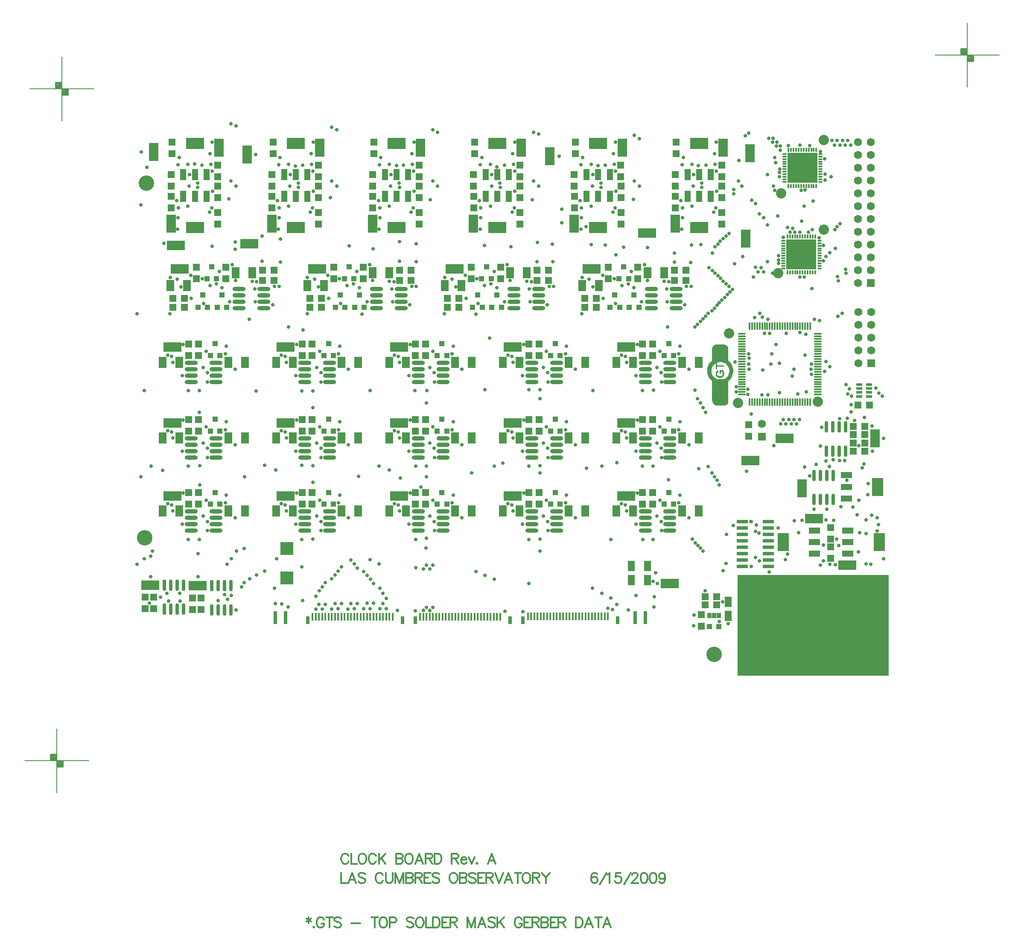
<source format=gts>
%FSLAX23Y23*%
%MOIN*%
G70*
G01*
G75*
G04 Layer_Color=8388736*
%ADD10C,0.005*%
%ADD11C,0.040*%
%ADD12R,0.085X0.138*%
%ADD13R,0.085X0.043*%
%ADD14R,0.085X0.043*%
%ADD15R,0.060X0.086*%
%ADD16R,0.035X0.037*%
%ADD17R,0.035X0.037*%
%ADD18R,0.050X0.050*%
%ADD19O,0.098X0.028*%
%ADD20R,0.135X0.070*%
%ADD21R,0.228X0.228*%
%ADD22O,0.008X0.033*%
%ADD23O,0.033X0.008*%
%ADD24R,0.070X0.135*%
%ADD25R,0.138X0.085*%
%ADD26R,0.043X0.085*%
%ADD27R,0.043X0.085*%
%ADD28R,0.031X0.060*%
%ADD29R,0.014X0.060*%
%ADD30R,0.030X0.100*%
%ADD31R,0.050X0.050*%
%ADD32R,0.048X0.078*%
%ADD33R,0.100X0.100*%
%ADD34O,0.010X0.061*%
%ADD35O,0.061X0.010*%
%ADD36O,0.024X0.087*%
%ADD37R,0.045X0.017*%
%ADD38R,0.028X0.036*%
%ADD39R,0.036X0.036*%
%ADD40R,0.087X0.024*%
%ADD41C,0.020*%
%ADD42C,0.010*%
%ADD43C,0.012*%
%ADD44R,1.181X0.787*%
%ADD45C,0.008*%
%ADD46C,0.012*%
%ADD47C,0.012*%
%ADD48C,0.236*%
%ADD49C,0.050*%
%ADD50C,0.020*%
%ADD51C,0.026*%
%ADD52R,0.059X0.059*%
%ADD53C,0.059*%
%ADD54C,0.024*%
%ADD55C,0.040*%
%ADD56C,0.030*%
%ADD57C,0.033*%
%ADD58C,0.055*%
G04:AMPARAMS|DCode=59|XSize=70mil|YSize=70mil|CornerRadius=0mil|HoleSize=0mil|Usage=FLASHONLY|Rotation=0.000|XOffset=0mil|YOffset=0mil|HoleType=Round|Shape=Relief|Width=10mil|Gap=10mil|Entries=4|*
%AMTHD59*
7,0,0,0.070,0.050,0.010,45*
%
%ADD59THD59*%
%ADD60C,0.007*%
%ADD61C,0.045*%
G04:AMPARAMS|DCode=62|XSize=95.433mil|YSize=95.433mil|CornerRadius=0mil|HoleSize=0mil|Usage=FLASHONLY|Rotation=0.000|XOffset=0mil|YOffset=0mil|HoleType=Round|Shape=Relief|Width=10mil|Gap=10mil|Entries=4|*
%AMTHD62*
7,0,0,0.095,0.075,0.010,45*
%
%ADD62THD62*%
%ADD63R,0.094X0.102*%
%ADD64O,0.087X0.024*%
%ADD65R,0.078X0.048*%
%ADD66O,0.028X0.098*%
%ADD67R,0.075X0.063*%
%ADD68R,1.181X0.787*%
%ADD69C,0.010*%
%ADD70C,0.010*%
%ADD71C,0.024*%
%ADD72C,0.008*%
%ADD73C,0.006*%
%ADD74R,0.240X0.165*%
%ADD75R,0.020X0.082*%
%ADD76C,0.030*%
%ADD77R,1.181X0.787*%
%ADD78C,0.080*%
%ADD79C,0.120*%
%ADD80R,0.089X0.142*%
%ADD81R,0.089X0.047*%
%ADD82R,0.089X0.047*%
%ADD83R,0.064X0.090*%
%ADD84R,0.039X0.041*%
%ADD85R,0.039X0.041*%
%ADD86R,0.054X0.054*%
%ADD87O,0.102X0.032*%
%ADD88R,0.139X0.074*%
%ADD89R,0.232X0.232*%
%ADD90O,0.012X0.037*%
%ADD91O,0.037X0.012*%
%ADD92R,0.074X0.139*%
%ADD93R,0.142X0.089*%
%ADD94R,0.047X0.089*%
%ADD95R,0.047X0.089*%
%ADD96R,0.054X0.054*%
%ADD97R,0.052X0.082*%
%ADD98R,0.104X0.104*%
%ADD99O,0.014X0.065*%
%ADD100O,0.065X0.014*%
%ADD101O,0.028X0.091*%
%ADD102R,0.049X0.021*%
%ADD103R,0.032X0.040*%
%ADD104R,0.040X0.040*%
%ADD105R,0.091X0.028*%
%ADD106C,0.240*%
%ADD107C,0.054*%
%ADD108C,0.030*%
%ADD109R,0.063X0.063*%
%ADD110C,0.063*%
%ADD111C,0.028*%
G36*
X14890Y12145D02*
X14891Y12145D01*
X14892Y12145D01*
X14894Y12145D01*
X14895Y12144D01*
X14897Y12144D01*
X14899Y12143D01*
X14901Y12143D01*
X14903Y12142D01*
X14905Y12141D01*
X14907Y12140D01*
X14909Y12139D01*
X14911Y12138D01*
X14913Y12136D01*
X14913Y12136D01*
X14913Y12136D01*
X14914Y12136D01*
X14914Y12135D01*
X14915Y12134D01*
X14915Y12133D01*
X14916Y12132D01*
X14917Y12130D01*
X14918Y12129D01*
X14919Y12127D01*
X14919Y12125D01*
X14920Y12123D01*
X14921Y12121D01*
X14921Y12119D01*
X14921Y12117D01*
X14921Y12114D01*
Y12114D01*
Y12113D01*
X14921Y12113D01*
X14921Y12112D01*
X14921Y12110D01*
X14921Y12109D01*
X14921Y12107D01*
X14920Y12106D01*
X14920Y12104D01*
X14919Y12102D01*
X14919Y12100D01*
X14918Y12098D01*
X14917Y12097D01*
X14916Y12095D01*
X14914Y12093D01*
X14913Y12091D01*
X14913Y12091D01*
X14912Y12091D01*
X14912Y12091D01*
X14911Y12090D01*
X14910Y12089D01*
X14909Y12089D01*
X14908Y12088D01*
X14906Y12087D01*
X14905Y12086D01*
X14903Y12086D01*
X14901Y12085D01*
X14899Y12084D01*
X14897Y12084D01*
X14894Y12083D01*
X14892Y12083D01*
X14889Y12083D01*
X14888D01*
X14887Y12083D01*
X14886D01*
X14885Y12083D01*
X14884Y12083D01*
X14883Y12083D01*
X14880Y12084D01*
X14878Y12084D01*
X14875Y12085D01*
X14872Y12086D01*
X14872D01*
X14872Y12086D01*
X14872Y12086D01*
X14871Y12086D01*
X14870Y12087D01*
X14869Y12087D01*
X14868Y12088D01*
X14866Y12089D01*
X14865Y12090D01*
X14863Y12092D01*
X14863Y12092D01*
X14863Y12092D01*
X14863Y12092D01*
X14862Y12093D01*
X14861Y12094D01*
X14860Y12095D01*
X14859Y12097D01*
X14858Y12098D01*
X14858Y12100D01*
Y12100D01*
X14858Y12100D01*
X14857Y12101D01*
X14857Y12101D01*
X14857Y12102D01*
X14857Y12102D01*
X14857Y12103D01*
X14856Y12104D01*
X14856Y12105D01*
X14856Y12106D01*
X14855Y12108D01*
X14855Y12111D01*
X14855Y12114D01*
Y12114D01*
Y12114D01*
X14855Y12115D01*
X14855Y12116D01*
X14855Y12117D01*
X14856Y12119D01*
X14856Y12120D01*
X14856Y12122D01*
X14857Y12124D01*
X14857Y12126D01*
X14858Y12127D01*
X14859Y12129D01*
X14860Y12131D01*
X14861Y12133D01*
X14862Y12135D01*
X14864Y12136D01*
X14864Y12137D01*
X14864Y12137D01*
X14865Y12137D01*
X14865Y12138D01*
X14866Y12138D01*
X14867Y12139D01*
X14869Y12140D01*
X14870Y12141D01*
X14872Y12142D01*
X14874Y12142D01*
X14876Y12143D01*
X14878Y12144D01*
X14880Y12144D01*
X14883Y12145D01*
X14886Y12145D01*
X14888Y12145D01*
X14889D01*
X14890Y12145D01*
D02*
G37*
G36*
X14901Y12074D02*
X14902Y12074D01*
X14902Y12074D01*
X14903Y12073D01*
X14904Y12073D01*
X14905Y12073D01*
X14906Y12072D01*
X14909Y12071D01*
X14910Y12070D01*
X14912Y12069D01*
X14913Y12068D01*
X14914Y12067D01*
X14915Y12066D01*
X14916Y12065D01*
X14916Y12065D01*
X14917Y12064D01*
X14917Y12064D01*
X14917Y12064D01*
X14917Y12063D01*
X14918Y12062D01*
X14918Y12061D01*
X14919Y12060D01*
X14919Y12059D01*
X14920Y12058D01*
X14920Y12056D01*
X14921Y12055D01*
X14921Y12053D01*
X14921Y12051D01*
X14921Y12050D01*
X14921Y12048D01*
Y12048D01*
Y12047D01*
X14921Y12046D01*
X14921Y12046D01*
X14921Y12045D01*
X14921Y12043D01*
X14921Y12042D01*
X14920Y12040D01*
X14920Y12039D01*
X14919Y12037D01*
X14919Y12035D01*
X14918Y12033D01*
X14917Y12032D01*
X14916Y12030D01*
X14914Y12028D01*
X14913Y12027D01*
X14913Y12027D01*
X14912Y12026D01*
X14912Y12026D01*
X14911Y12025D01*
X14910Y12025D01*
X14909Y12024D01*
X14908Y12023D01*
X14906Y12023D01*
X14905Y12022D01*
X14903Y12021D01*
X14901Y12020D01*
X14899Y12020D01*
X14897Y12019D01*
X14894Y12019D01*
X14892Y12019D01*
X14889Y12019D01*
X14888D01*
X14887Y12019D01*
X14886Y12019D01*
X14885Y12019D01*
X14883Y12019D01*
X14882Y12019D01*
X14880Y12020D01*
X14878Y12020D01*
X14876Y12021D01*
X14874Y12021D01*
X14872Y12022D01*
X14870Y12023D01*
X14868Y12024D01*
X14866Y12025D01*
X14864Y12027D01*
X14864Y12027D01*
X14864Y12027D01*
X14863Y12028D01*
X14863Y12028D01*
X14862Y12029D01*
X14861Y12030D01*
X14860Y12031D01*
X14859Y12033D01*
X14859Y12034D01*
X14858Y12036D01*
X14857Y12037D01*
X14856Y12039D01*
X14856Y12041D01*
X14855Y12044D01*
X14855Y12046D01*
X14855Y12048D01*
Y12049D01*
Y12049D01*
X14855Y12050D01*
Y12050D01*
X14855Y12051D01*
X14855Y12053D01*
X14856Y12054D01*
X14856Y12055D01*
X14856Y12057D01*
X14857Y12058D01*
X14857Y12060D01*
X14858Y12062D01*
X14859Y12063D01*
X14860Y12065D01*
X14861Y12066D01*
X14862Y12068D01*
X14862Y12068D01*
X14862Y12068D01*
X14862Y12068D01*
X14863Y12068D01*
X14863Y12069D01*
X14864Y12069D01*
X14864Y12070D01*
X14865Y12070D01*
X14866Y12071D01*
X14867Y12071D01*
X14868Y12072D01*
X14869Y12072D01*
X14870Y12073D01*
X14871Y12073D01*
X14872Y12074D01*
X14874Y12074D01*
X14877Y12061D01*
X14877D01*
X14877Y12061D01*
X14876Y12061D01*
X14876Y12061D01*
X14875Y12061D01*
X14874Y12060D01*
X14873Y12060D01*
X14871Y12059D01*
X14870Y12058D01*
X14869Y12057D01*
X14869Y12056D01*
X14869Y12056D01*
X14868Y12055D01*
X14868Y12054D01*
X14867Y12053D01*
X14867Y12051D01*
X14866Y12050D01*
X14866Y12048D01*
Y12048D01*
Y12047D01*
Y12047D01*
X14866Y12047D01*
X14866Y12046D01*
X14866Y12045D01*
X14867Y12044D01*
X14867Y12042D01*
X14868Y12041D01*
X14868Y12040D01*
X14869Y12039D01*
X14870Y12038D01*
X14870Y12037D01*
X14871Y12036D01*
X14871Y12036D01*
X14872Y12036D01*
X14872Y12036D01*
X14872Y12036D01*
X14873Y12035D01*
X14874Y12035D01*
X14874Y12034D01*
X14875Y12034D01*
X14876Y12034D01*
X14878Y12033D01*
X14879Y12033D01*
X14880Y12033D01*
X14882Y12032D01*
X14884Y12032D01*
X14886Y12032D01*
X14888Y12032D01*
X14889D01*
X14890Y12032D01*
X14891Y12032D01*
X14892Y12032D01*
X14893Y12032D01*
X14895Y12032D01*
X14897Y12033D01*
X14900Y12034D01*
X14902Y12034D01*
X14903Y12035D01*
X14904Y12035D01*
X14905Y12036D01*
X14905Y12036D01*
X14905Y12036D01*
X14906Y12037D01*
X14906Y12037D01*
X14906Y12037D01*
X14907Y12038D01*
X14907Y12039D01*
X14908Y12039D01*
X14909Y12041D01*
X14909Y12043D01*
X14910Y12044D01*
X14910Y12045D01*
X14910Y12046D01*
X14910Y12048D01*
Y12048D01*
Y12048D01*
Y12048D01*
X14910Y12048D01*
X14910Y12049D01*
X14910Y12051D01*
X14909Y12052D01*
X14909Y12053D01*
X14908Y12055D01*
X14907Y12056D01*
X14907Y12056D01*
X14907Y12057D01*
X14906Y12057D01*
X14906Y12058D01*
X14904Y12058D01*
X14904Y12059D01*
X14903Y12059D01*
X14902Y12060D01*
X14901Y12060D01*
X14900Y12061D01*
X14899Y12061D01*
X14898Y12061D01*
X14897Y12062D01*
X14901Y12074D01*
X14901D01*
X14901Y12074D01*
D02*
G37*
G36*
X14920Y11967D02*
X14857D01*
Y11979D01*
X14909D01*
Y12012D01*
X14920D01*
Y11967D01*
D02*
G37*
G36*
X14867Y12252D02*
X14920D01*
Y12239D01*
X14867D01*
Y12220D01*
X14856D01*
Y12271D01*
X14867D01*
Y12252D01*
D02*
G37*
G36*
X14912Y12213D02*
X14912Y12212D01*
X14912Y12212D01*
X14912Y12212D01*
X14913Y12211D01*
X14913Y12211D01*
X14913Y12210D01*
X14914Y12210D01*
X14914Y12209D01*
X14915Y12208D01*
X14916Y12207D01*
X14916Y12206D01*
X14917Y12205D01*
X14917Y12204D01*
X14918Y12202D01*
X14918Y12201D01*
Y12201D01*
X14919Y12200D01*
X14919Y12200D01*
X14919Y12199D01*
X14919Y12199D01*
X14919Y12198D01*
X14920Y12197D01*
X14920Y12196D01*
X14920Y12195D01*
X14921Y12194D01*
X14921Y12191D01*
X14921Y12188D01*
X14921Y12185D01*
Y12185D01*
Y12185D01*
Y12184D01*
X14921Y12184D01*
X14921Y12183D01*
X14921Y12182D01*
X14921Y12181D01*
X14921Y12179D01*
X14921Y12178D01*
X14920Y12177D01*
X14920Y12174D01*
X14919Y12172D01*
X14919Y12171D01*
X14918Y12169D01*
X14917Y12168D01*
X14917Y12168D01*
X14917Y12167D01*
X14917Y12167D01*
X14917Y12166D01*
X14916Y12166D01*
X14916Y12165D01*
X14915Y12164D01*
X14914Y12164D01*
X14913Y12163D01*
X14912Y12162D01*
X14911Y12161D01*
X14910Y12160D01*
X14909Y12159D01*
X14908Y12158D01*
X14907Y12157D01*
X14905Y12157D01*
X14905D01*
X14905Y12156D01*
X14904Y12156D01*
X14904Y12156D01*
X14903Y12156D01*
X14902Y12155D01*
X14901Y12155D01*
X14900Y12155D01*
X14899Y12154D01*
X14898Y12154D01*
X14896Y12154D01*
X14895Y12153D01*
X14891Y12153D01*
X14890Y12153D01*
X14888Y12153D01*
X14887D01*
X14886Y12153D01*
X14885Y12153D01*
X14884Y12153D01*
X14883Y12153D01*
X14882Y12153D01*
X14881Y12154D01*
X14879Y12154D01*
X14876Y12155D01*
X14875Y12155D01*
X14873Y12156D01*
X14872Y12156D01*
X14870Y12157D01*
X14870Y12157D01*
X14870Y12157D01*
X14870Y12157D01*
X14869Y12158D01*
X14868Y12158D01*
X14868Y12159D01*
X14867Y12159D01*
X14866Y12160D01*
X14865Y12161D01*
X14864Y12162D01*
X14863Y12163D01*
X14862Y12164D01*
X14861Y12165D01*
X14860Y12166D01*
X14859Y12168D01*
X14858Y12169D01*
Y12169D01*
X14858Y12169D01*
X14858Y12170D01*
X14858Y12170D01*
X14858Y12171D01*
X14857Y12172D01*
X14857Y12172D01*
X14857Y12173D01*
X14856Y12175D01*
X14856Y12176D01*
X14856Y12177D01*
X14856Y12178D01*
X14855Y12180D01*
X14855Y12181D01*
X14855Y12185D01*
Y12185D01*
Y12185D01*
Y12186D01*
X14855Y12187D01*
X14855Y12188D01*
X14855Y12189D01*
X14855Y12190D01*
X14856Y12191D01*
X14856Y12194D01*
X14857Y12196D01*
X14857Y12197D01*
X14858Y12199D01*
X14858Y12200D01*
X14859Y12202D01*
X14860Y12203D01*
X14860Y12203D01*
X14860Y12203D01*
X14861Y12204D01*
X14861Y12204D01*
X14862Y12205D01*
X14862Y12205D01*
X14863Y12206D01*
X14864Y12207D01*
X14865Y12207D01*
X14866Y12208D01*
X14867Y12209D01*
X14868Y12210D01*
X14869Y12210D01*
X14871Y12211D01*
X14872Y12211D01*
X14874Y12212D01*
X14876Y12199D01*
X14876D01*
X14876Y12199D01*
X14876Y12199D01*
X14876Y12199D01*
X14875Y12198D01*
X14874Y12198D01*
X14872Y12197D01*
X14871Y12196D01*
X14870Y12195D01*
X14869Y12194D01*
X14869Y12194D01*
X14868Y12193D01*
X14868Y12192D01*
X14867Y12191D01*
X14867Y12190D01*
X14867Y12188D01*
X14866Y12187D01*
X14866Y12185D01*
Y12184D01*
Y12184D01*
Y12184D01*
X14866Y12183D01*
X14866Y12182D01*
X14866Y12182D01*
X14867Y12181D01*
X14867Y12180D01*
X14867Y12178D01*
X14868Y12176D01*
X14868Y12175D01*
X14869Y12174D01*
X14870Y12173D01*
X14871Y12172D01*
X14872Y12171D01*
X14872Y12171D01*
X14872Y12171D01*
X14872Y12171D01*
X14873Y12170D01*
X14873Y12170D01*
X14874Y12170D01*
X14875Y12169D01*
X14876Y12169D01*
X14877Y12168D01*
X14878Y12168D01*
X14879Y12167D01*
X14881Y12167D01*
X14882Y12167D01*
X14884Y12166D01*
X14886Y12166D01*
X14888Y12166D01*
X14889D01*
X14889Y12166D01*
X14890Y12166D01*
X14891Y12166D01*
X14893Y12167D01*
X14894Y12167D01*
X14897Y12167D01*
X14898Y12168D01*
X14900Y12168D01*
X14901Y12169D01*
X14902Y12169D01*
X14904Y12170D01*
X14905Y12171D01*
X14905Y12171D01*
X14905Y12171D01*
X14905Y12172D01*
X14906Y12172D01*
X14906Y12173D01*
X14906Y12173D01*
X14907Y12174D01*
X14908Y12175D01*
X14908Y12176D01*
X14909Y12177D01*
X14909Y12178D01*
X14909Y12179D01*
X14910Y12180D01*
X14910Y12182D01*
X14910Y12183D01*
X14910Y12184D01*
Y12185D01*
Y12185D01*
Y12185D01*
X14910Y12186D01*
X14910Y12187D01*
X14910Y12188D01*
X14910Y12190D01*
X14909Y12191D01*
X14909Y12193D01*
Y12193D01*
X14909Y12193D01*
X14909Y12193D01*
X14908Y12194D01*
X14908Y12195D01*
X14907Y12196D01*
X14907Y12197D01*
X14906Y12198D01*
X14905Y12200D01*
X14897D01*
Y12185D01*
X14886D01*
Y12213D01*
X14912D01*
X14912Y12213D01*
D02*
G37*
%LPC*%
G36*
X14888Y12132D02*
X14887D01*
X14886Y12132D01*
X14885Y12131D01*
X14884Y12131D01*
X14883Y12131D01*
X14882Y12131D01*
X14879Y12130D01*
X14878Y12130D01*
X14876Y12130D01*
X14875Y12129D01*
X14874Y12128D01*
X14873Y12128D01*
X14872Y12127D01*
X14872Y12127D01*
X14871Y12127D01*
X14871Y12126D01*
X14871Y12126D01*
X14870Y12125D01*
X14870Y12125D01*
X14869Y12124D01*
X14869Y12123D01*
X14868Y12123D01*
X14868Y12122D01*
X14867Y12120D01*
X14867Y12119D01*
X14867Y12118D01*
X14866Y12117D01*
X14866Y12115D01*
X14866Y12114D01*
Y12114D01*
Y12114D01*
Y12113D01*
X14866Y12113D01*
X14866Y12112D01*
X14866Y12111D01*
X14867Y12110D01*
X14867Y12109D01*
X14867Y12107D01*
X14868Y12106D01*
X14868Y12105D01*
X14869Y12104D01*
X14870Y12103D01*
X14871Y12102D01*
X14872Y12101D01*
X14872Y12101D01*
X14872Y12101D01*
X14872Y12101D01*
X14873Y12100D01*
X14873Y12100D01*
X14874Y12100D01*
X14875Y12099D01*
X14876Y12099D01*
X14877Y12098D01*
X14878Y12098D01*
X14879Y12097D01*
X14881Y12097D01*
X14883Y12097D01*
X14884Y12096D01*
X14886Y12096D01*
X14888Y12096D01*
X14889D01*
X14890Y12096D01*
X14891Y12096D01*
X14892Y12096D01*
X14893Y12097D01*
X14894Y12097D01*
X14897Y12097D01*
X14898Y12098D01*
X14900Y12098D01*
X14901Y12099D01*
X14902Y12100D01*
X14904Y12100D01*
X14905Y12101D01*
X14905Y12101D01*
X14905Y12101D01*
X14905Y12102D01*
X14906Y12102D01*
X14906Y12103D01*
X14907Y12103D01*
X14907Y12104D01*
X14908Y12105D01*
X14908Y12106D01*
X14909Y12107D01*
X14909Y12108D01*
X14909Y12109D01*
X14910Y12110D01*
X14910Y12111D01*
X14910Y12113D01*
X14910Y12114D01*
Y12114D01*
Y12114D01*
Y12115D01*
X14910Y12115D01*
X14910Y12116D01*
X14910Y12117D01*
X14910Y12118D01*
X14910Y12118D01*
X14909Y12120D01*
X14909Y12122D01*
X14908Y12123D01*
X14907Y12124D01*
X14907Y12125D01*
X14906Y12126D01*
X14905Y12127D01*
X14905Y12127D01*
X14905Y12127D01*
X14904Y12127D01*
X14904Y12127D01*
X14903Y12128D01*
X14902Y12128D01*
X14902Y12129D01*
X14901Y12129D01*
X14899Y12130D01*
X14898Y12130D01*
X14897Y12130D01*
X14895Y12131D01*
X14894Y12131D01*
X14892Y12131D01*
X14890Y12132D01*
X14888Y12132D01*
D02*
G37*
%LPD*%
D10*
X14986Y12217D02*
X14986Y12227D01*
X14983Y12238D01*
X14980Y12248D01*
X14975Y12258D01*
X14969Y12266D01*
X14962Y12275D01*
X14816D02*
X14809Y12266D01*
X14803Y12258D01*
X14799Y12248D01*
X14795Y12238D01*
X14793Y12227D01*
X14792Y12217D01*
X14962Y12143D02*
X14969Y12151D01*
X14975Y12159D01*
X14980Y12169D01*
X14983Y12179D01*
X14986Y12190D01*
X14986Y12200D01*
X14792D02*
X14793Y12190D01*
X14795Y12179D01*
X14799Y12169D01*
X14803Y12159D01*
X14809Y12151D01*
X14816Y12143D01*
X14829Y11979D02*
X14831Y11968D01*
X14835Y11959D01*
X14841Y11950D01*
X14849Y11944D01*
X14859Y11940D01*
X14869Y11939D01*
X14919D02*
X14929Y11940D01*
X14937Y11944D01*
X14944Y11951D01*
X14948Y11959D01*
X14949Y11969D01*
Y12379D02*
X14948Y12388D01*
X14944Y12396D01*
X14937Y12403D01*
X14929Y12407D01*
X14919Y12409D01*
X14859D02*
X14850Y12407D01*
X14842Y12403D01*
X14835Y12396D01*
X14831Y12388D01*
X14829Y12379D01*
X14986Y12200D02*
Y12209D01*
Y12217D01*
X14792Y12209D02*
Y12217D01*
Y12200D02*
Y12209D01*
X14829Y11979D02*
Y12139D01*
X14869Y11939D02*
X14919D01*
X14949Y11969D02*
Y12139D01*
Y12307D02*
Y12379D01*
X14859Y12409D02*
X14919D01*
X14829Y12337D02*
Y12379D01*
Y12279D02*
Y12339D01*
X14949Y12279D02*
Y12309D01*
D28*
X11670Y10261D02*
D03*
X12410D02*
D03*
X12510D02*
D03*
X13250D02*
D03*
X13350D02*
D03*
X14090D02*
D03*
D29*
X14013Y10289D02*
D03*
X13988D02*
D03*
X13963D02*
D03*
X13938D02*
D03*
X13913D02*
D03*
X13888D02*
D03*
X13863D02*
D03*
X13838D02*
D03*
X13813D02*
D03*
X13788D02*
D03*
X13763D02*
D03*
X13738D02*
D03*
X13713D02*
D03*
X13688D02*
D03*
X13663D02*
D03*
X13638D02*
D03*
X13613D02*
D03*
X13588D02*
D03*
X13563D02*
D03*
X13538D02*
D03*
X13513D02*
D03*
X13488D02*
D03*
X13463D02*
D03*
X13438D02*
D03*
X13413D02*
D03*
X13388D02*
D03*
X13172Y10288D02*
D03*
X13147D02*
D03*
X13122D02*
D03*
X13097D02*
D03*
X13072D02*
D03*
X13047D02*
D03*
X13022D02*
D03*
X12997D02*
D03*
X12972D02*
D03*
X12947D02*
D03*
X12922D02*
D03*
X12897D02*
D03*
X12872D02*
D03*
X12847D02*
D03*
X12822D02*
D03*
X12797D02*
D03*
X12772D02*
D03*
X12747D02*
D03*
X12722D02*
D03*
X12697D02*
D03*
X12672D02*
D03*
X12647D02*
D03*
X12622D02*
D03*
X12597D02*
D03*
X12572D02*
D03*
X12547D02*
D03*
X12332D02*
D03*
X12307D02*
D03*
X12282D02*
D03*
X12257D02*
D03*
X12232D02*
D03*
X12207D02*
D03*
X12182D02*
D03*
X12157D02*
D03*
X12132D02*
D03*
X12107D02*
D03*
X12082D02*
D03*
X12057D02*
D03*
X12032D02*
D03*
X12007D02*
D03*
X11982D02*
D03*
X11957D02*
D03*
X11932D02*
D03*
X11907D02*
D03*
X11882D02*
D03*
X11857D02*
D03*
X11832D02*
D03*
X11807D02*
D03*
X11782D02*
D03*
X11757D02*
D03*
X11732D02*
D03*
X11707D02*
D03*
D30*
X11416Y10279D02*
D03*
X11495D02*
D03*
X14226Y10279D02*
D03*
X14305D02*
D03*
D42*
X14964Y12209D02*
X14964Y12219D01*
X14962Y12228D01*
X14958Y12238D01*
X14954Y12247D01*
X14948Y12255D01*
X14941Y12262D01*
X14934Y12269D01*
X14925Y12274D01*
X14916Y12278D01*
X14907Y12281D01*
X14897Y12283D01*
X14887Y12283D01*
X14877Y12282D01*
X14867Y12280D01*
X14858Y12277D01*
X14849Y12272D01*
X14841Y12266D01*
X14834Y12259D01*
X14827Y12251D01*
X14822Y12242D01*
X14818Y12233D01*
X14816Y12223D01*
X14814Y12214D01*
Y12203D01*
X14816Y12194D01*
X14818Y12184D01*
X14822Y12175D01*
X14827Y12166D01*
X14834Y12158D01*
X14841Y12151D01*
X14849Y12145D01*
X14858Y12140D01*
X14867Y12137D01*
X14877Y12135D01*
X14887Y12134D01*
X14897Y12134D01*
X14907Y12136D01*
X14916Y12139D01*
X14925Y12143D01*
X14934Y12148D01*
X14941Y12155D01*
X14948Y12162D01*
X14954Y12170D01*
X14958Y12179D01*
X14962Y12189D01*
X14964Y12199D01*
X14964Y12209D01*
D43*
X11677Y7940D02*
Y7895D01*
X11658Y7929D02*
X11696Y7906D01*
Y7929D02*
X11658Y7906D01*
X11717Y7868D02*
X11713Y7864D01*
X11717Y7860D01*
X11720Y7864D01*
X11717Y7868D01*
X11795Y7921D02*
X11791Y7929D01*
X11784Y7937D01*
X11776Y7940D01*
X11761D01*
X11753Y7937D01*
X11745Y7929D01*
X11742Y7921D01*
X11738Y7910D01*
Y7891D01*
X11742Y7880D01*
X11745Y7872D01*
X11753Y7864D01*
X11761Y7860D01*
X11776D01*
X11784Y7864D01*
X11791Y7872D01*
X11795Y7880D01*
Y7891D01*
X11776D02*
X11795D01*
X11840Y7940D02*
Y7860D01*
X11813Y7940D02*
X11867D01*
X11929Y7929D02*
X11922Y7937D01*
X11910Y7940D01*
X11895D01*
X11884Y7937D01*
X11876Y7929D01*
Y7921D01*
X11880Y7914D01*
X11884Y7910D01*
X11891Y7906D01*
X11914Y7899D01*
X11922Y7895D01*
X11926Y7891D01*
X11929Y7883D01*
Y7872D01*
X11922Y7864D01*
X11910Y7860D01*
X11895D01*
X11884Y7864D01*
X11876Y7872D01*
X12010Y7895D02*
X12079D01*
X12192Y7940D02*
Y7860D01*
X12165Y7940D02*
X12219D01*
X12251D02*
X12243Y7937D01*
X12236Y7929D01*
X12232Y7921D01*
X12228Y7910D01*
Y7891D01*
X12232Y7880D01*
X12236Y7872D01*
X12243Y7864D01*
X12251Y7860D01*
X12266D01*
X12274Y7864D01*
X12281Y7872D01*
X12285Y7880D01*
X12289Y7891D01*
Y7910D01*
X12285Y7921D01*
X12281Y7929D01*
X12274Y7937D01*
X12266Y7940D01*
X12251D01*
X12308Y7899D02*
X12342D01*
X12353Y7902D01*
X12357Y7906D01*
X12361Y7914D01*
Y7925D01*
X12357Y7933D01*
X12353Y7937D01*
X12342Y7940D01*
X12308D01*
Y7860D01*
X12495Y7929D02*
X12487Y7937D01*
X12476Y7940D01*
X12461D01*
X12449Y7937D01*
X12442Y7929D01*
Y7921D01*
X12446Y7914D01*
X12449Y7910D01*
X12457Y7906D01*
X12480Y7899D01*
X12487Y7895D01*
X12491Y7891D01*
X12495Y7883D01*
Y7872D01*
X12487Y7864D01*
X12476Y7860D01*
X12461D01*
X12449Y7864D01*
X12442Y7872D01*
X12536Y7940D02*
X12528Y7937D01*
X12521Y7929D01*
X12517Y7921D01*
X12513Y7910D01*
Y7891D01*
X12517Y7880D01*
X12521Y7872D01*
X12528Y7864D01*
X12536Y7860D01*
X12551D01*
X12559Y7864D01*
X12566Y7872D01*
X12570Y7880D01*
X12574Y7891D01*
Y7910D01*
X12570Y7921D01*
X12566Y7929D01*
X12559Y7937D01*
X12551Y7940D01*
X12536D01*
X12593D02*
Y7860D01*
X12638D01*
X12647Y7940D02*
Y7860D01*
Y7940D02*
X12674D01*
X12685Y7937D01*
X12693Y7929D01*
X12697Y7921D01*
X12700Y7910D01*
Y7891D01*
X12697Y7880D01*
X12693Y7872D01*
X12685Y7864D01*
X12674Y7860D01*
X12647D01*
X12768Y7940D02*
X12718D01*
Y7860D01*
X12768D01*
X12718Y7902D02*
X12749D01*
X12781Y7940D02*
Y7860D01*
Y7940D02*
X12815D01*
X12827Y7937D01*
X12831Y7933D01*
X12834Y7925D01*
Y7918D01*
X12831Y7910D01*
X12827Y7906D01*
X12815Y7902D01*
X12781D01*
X12808D02*
X12834Y7860D01*
X12915Y7940D02*
Y7860D01*
Y7940D02*
X12946Y7860D01*
X12976Y7940D02*
X12946Y7860D01*
X12976Y7940D02*
Y7860D01*
X13060D02*
X13029Y7940D01*
X12999Y7860D01*
X13010Y7887D02*
X13048D01*
X13132Y7929D02*
X13124Y7937D01*
X13113Y7940D01*
X13098D01*
X13086Y7937D01*
X13079Y7929D01*
Y7921D01*
X13082Y7914D01*
X13086Y7910D01*
X13094Y7906D01*
X13117Y7899D01*
X13124Y7895D01*
X13128Y7891D01*
X13132Y7883D01*
Y7872D01*
X13124Y7864D01*
X13113Y7860D01*
X13098D01*
X13086Y7864D01*
X13079Y7872D01*
X13150Y7940D02*
Y7860D01*
X13203Y7940D02*
X13150Y7887D01*
X13169Y7906D02*
X13203Y7860D01*
X13341Y7921D02*
X13337Y7929D01*
X13330Y7937D01*
X13322Y7940D01*
X13307D01*
X13299Y7937D01*
X13291Y7929D01*
X13288Y7921D01*
X13284Y7910D01*
Y7891D01*
X13288Y7880D01*
X13291Y7872D01*
X13299Y7864D01*
X13307Y7860D01*
X13322D01*
X13330Y7864D01*
X13337Y7872D01*
X13341Y7880D01*
Y7891D01*
X13322D02*
X13341D01*
X13409Y7940D02*
X13359D01*
Y7860D01*
X13409D01*
X13359Y7902D02*
X13390D01*
X13422Y7940D02*
Y7860D01*
Y7940D02*
X13456D01*
X13468Y7937D01*
X13472Y7933D01*
X13475Y7925D01*
Y7918D01*
X13472Y7910D01*
X13468Y7906D01*
X13456Y7902D01*
X13422D01*
X13449D02*
X13475Y7860D01*
X13493Y7940D02*
Y7860D01*
Y7940D02*
X13528D01*
X13539Y7937D01*
X13543Y7933D01*
X13547Y7925D01*
Y7918D01*
X13543Y7910D01*
X13539Y7906D01*
X13528Y7902D01*
X13493D02*
X13528D01*
X13539Y7899D01*
X13543Y7895D01*
X13547Y7887D01*
Y7876D01*
X13543Y7868D01*
X13539Y7864D01*
X13528Y7860D01*
X13493D01*
X13614Y7940D02*
X13565D01*
Y7860D01*
X13614D01*
X13565Y7902D02*
X13595D01*
X13627Y7940D02*
Y7860D01*
Y7940D02*
X13662D01*
X13673Y7937D01*
X13677Y7933D01*
X13681Y7925D01*
Y7918D01*
X13677Y7910D01*
X13673Y7906D01*
X13662Y7902D01*
X13627D01*
X13654D02*
X13681Y7860D01*
X13761Y7940D02*
Y7860D01*
Y7940D02*
X13788D01*
X13800Y7937D01*
X13807Y7929D01*
X13811Y7921D01*
X13815Y7910D01*
Y7891D01*
X13811Y7880D01*
X13807Y7872D01*
X13800Y7864D01*
X13788Y7860D01*
X13761D01*
X13894D02*
X13863Y7940D01*
X13833Y7860D01*
X13844Y7887D02*
X13882D01*
X13939Y7940D02*
Y7860D01*
X13912Y7940D02*
X13966D01*
X14036Y7860D02*
X14006Y7940D01*
X13975Y7860D01*
X13987Y7887D02*
X14025D01*
D45*
X9498Y14412D02*
X9998D01*
X9748Y14162D02*
Y14662D01*
X9698Y14412D02*
Y14462D01*
X9748D01*
X9798Y14362D02*
Y14412D01*
X9748Y14362D02*
X9798D01*
X9753Y14407D02*
X9793D01*
Y14367D02*
Y14407D01*
X9753Y14367D02*
X9793D01*
X9753D02*
Y14407D01*
X9758Y14402D02*
X9788D01*
Y14372D02*
Y14402D01*
X9758Y14372D02*
X9788D01*
X9758D02*
Y14397D01*
X9763D02*
X9783D01*
Y14377D02*
Y14397D01*
X9763Y14377D02*
X9783D01*
X9763D02*
Y14392D01*
X9768D02*
X9778D01*
Y14382D02*
Y14392D01*
X9768Y14382D02*
X9778D01*
X9768D02*
Y14392D01*
Y14387D02*
X9778D01*
X9703Y14457D02*
X9743D01*
Y14417D02*
Y14457D01*
X9703Y14417D02*
X9743D01*
X9703D02*
Y14457D01*
X9708Y14452D02*
X9738D01*
Y14422D02*
Y14452D01*
X9708Y14422D02*
X9738D01*
X9708D02*
Y14447D01*
X9713D02*
X9733D01*
Y14427D02*
Y14447D01*
X9713Y14427D02*
X9733D01*
X9713D02*
Y14442D01*
X9718D02*
X9728D01*
Y14432D02*
Y14442D01*
X9718Y14432D02*
X9728D01*
X9718D02*
Y14442D01*
Y14437D02*
X9728D01*
X9680Y9190D02*
X9690D01*
X9680Y9185D02*
Y9195D01*
Y9185D02*
X9690D01*
Y9195D01*
X9680D02*
X9690D01*
X9675Y9180D02*
Y9195D01*
Y9180D02*
X9695D01*
Y9200D01*
X9675D02*
X9695D01*
X9670Y9175D02*
Y9200D01*
Y9175D02*
X9700D01*
Y9205D01*
X9670D02*
X9700D01*
X9665Y9170D02*
Y9210D01*
Y9170D02*
X9705D01*
Y9210D01*
X9665D02*
X9705D01*
X9730Y9140D02*
X9740D01*
X9730Y9135D02*
Y9145D01*
Y9135D02*
X9740D01*
Y9145D01*
X9730D02*
X9740D01*
X9725Y9130D02*
Y9145D01*
Y9130D02*
X9745D01*
Y9150D01*
X9725D02*
X9745D01*
X9720Y9125D02*
Y9150D01*
Y9125D02*
X9750D01*
Y9155D01*
X9720D02*
X9750D01*
X9715Y9120D02*
Y9160D01*
Y9120D02*
X9755D01*
Y9160D01*
X9715D02*
X9755D01*
X9710Y9115D02*
X9760D01*
Y9165D01*
X9660Y9215D02*
X9710D01*
X9660Y9165D02*
Y9215D01*
X9710Y8915D02*
Y9415D01*
X9460Y9165D02*
X9960D01*
X16790Y14700D02*
X16800D01*
X16790Y14695D02*
Y14705D01*
Y14695D02*
X16800D01*
Y14705D01*
X16790D02*
X16800D01*
X16785Y14690D02*
Y14705D01*
Y14690D02*
X16805D01*
Y14710D01*
X16785D02*
X16805D01*
X16780Y14685D02*
Y14710D01*
Y14685D02*
X16810D01*
Y14715D01*
X16780D02*
X16810D01*
X16775Y14680D02*
Y14720D01*
Y14680D02*
X16815D01*
Y14720D01*
X16775D02*
X16815D01*
X16840Y14650D02*
X16850D01*
X16840Y14645D02*
Y14655D01*
Y14645D02*
X16850D01*
Y14655D01*
X16840D02*
X16850D01*
X16835Y14640D02*
Y14655D01*
Y14640D02*
X16855D01*
Y14660D01*
X16835D02*
X16855D01*
X16830Y14635D02*
Y14660D01*
Y14635D02*
X16860D01*
Y14665D01*
X16830D02*
X16860D01*
X16825Y14630D02*
Y14670D01*
Y14630D02*
X16865D01*
Y14670D01*
X16825D02*
X16865D01*
X16820Y14625D02*
X16870D01*
Y14675D01*
X16770Y14725D02*
X16820D01*
X16770Y14675D02*
Y14725D01*
X16820Y14425D02*
Y14925D01*
X16570Y14675D02*
X17070D01*
D46*
X11987Y8419D02*
X11984Y8427D01*
X11976Y8434D01*
X11968Y8438D01*
X11953D01*
X11946Y8434D01*
X11938Y8427D01*
X11934Y8419D01*
X11930Y8408D01*
Y8389D01*
X11934Y8377D01*
X11938Y8370D01*
X11946Y8362D01*
X11953Y8358D01*
X11968D01*
X11976Y8362D01*
X11984Y8370D01*
X11987Y8377D01*
X12010Y8438D02*
Y8358D01*
X12056D01*
X12087Y8438D02*
X12080Y8434D01*
X12072Y8427D01*
X12068Y8419D01*
X12064Y8408D01*
Y8389D01*
X12068Y8377D01*
X12072Y8370D01*
X12080Y8362D01*
X12087Y8358D01*
X12102D01*
X12110Y8362D01*
X12118Y8370D01*
X12121Y8377D01*
X12125Y8389D01*
Y8408D01*
X12121Y8419D01*
X12118Y8427D01*
X12110Y8434D01*
X12102Y8438D01*
X12087D01*
X12201Y8419D02*
X12197Y8427D01*
X12190Y8434D01*
X12182Y8438D01*
X12167D01*
X12159Y8434D01*
X12152Y8427D01*
X12148Y8419D01*
X12144Y8408D01*
Y8389D01*
X12148Y8377D01*
X12152Y8370D01*
X12159Y8362D01*
X12167Y8358D01*
X12182D01*
X12190Y8362D01*
X12197Y8370D01*
X12201Y8377D01*
X12224Y8438D02*
Y8358D01*
X12277Y8438D02*
X12224Y8385D01*
X12243Y8404D02*
X12277Y8358D01*
X12358Y8438D02*
Y8358D01*
Y8438D02*
X12392D01*
X12403Y8434D01*
X12407Y8430D01*
X12411Y8423D01*
Y8415D01*
X12407Y8408D01*
X12403Y8404D01*
X12392Y8400D01*
X12358D02*
X12392D01*
X12403Y8396D01*
X12407Y8392D01*
X12411Y8385D01*
Y8373D01*
X12407Y8366D01*
X12403Y8362D01*
X12392Y8358D01*
X12358D01*
X12452Y8438D02*
X12444Y8434D01*
X12436Y8427D01*
X12433Y8419D01*
X12429Y8408D01*
Y8389D01*
X12433Y8377D01*
X12436Y8370D01*
X12444Y8362D01*
X12452Y8358D01*
X12467D01*
X12475Y8362D01*
X12482Y8370D01*
X12486Y8377D01*
X12490Y8389D01*
Y8408D01*
X12486Y8419D01*
X12482Y8427D01*
X12475Y8434D01*
X12467Y8438D01*
X12452D01*
X12569Y8358D02*
X12539Y8438D01*
X12508Y8358D01*
X12520Y8385D02*
X12558D01*
X12588Y8438D02*
Y8358D01*
Y8438D02*
X12622D01*
X12634Y8434D01*
X12638Y8430D01*
X12641Y8423D01*
Y8415D01*
X12638Y8408D01*
X12634Y8404D01*
X12622Y8400D01*
X12588D01*
X12615D02*
X12641Y8358D01*
X12659Y8438D02*
Y8358D01*
Y8438D02*
X12686D01*
X12697Y8434D01*
X12705Y8427D01*
X12709Y8419D01*
X12713Y8408D01*
Y8389D01*
X12709Y8377D01*
X12705Y8370D01*
X12697Y8362D01*
X12686Y8358D01*
X12659D01*
X12793Y8438D02*
Y8358D01*
Y8438D02*
X12828D01*
X12839Y8434D01*
X12843Y8430D01*
X12847Y8423D01*
Y8415D01*
X12843Y8408D01*
X12839Y8404D01*
X12828Y8400D01*
X12793D01*
X12820D02*
X12847Y8358D01*
X12865Y8389D02*
X12910D01*
Y8396D01*
X12906Y8404D01*
X12903Y8408D01*
X12895Y8411D01*
X12884D01*
X12876Y8408D01*
X12868Y8400D01*
X12865Y8389D01*
Y8381D01*
X12868Y8370D01*
X12876Y8362D01*
X12884Y8358D01*
X12895D01*
X12903Y8362D01*
X12910Y8370D01*
X12927Y8411D02*
X12950Y8358D01*
X12973Y8411D02*
X12950Y8358D01*
X12990Y8366D02*
X12986Y8362D01*
X12990Y8358D01*
X12994Y8362D01*
X12990Y8366D01*
X13135Y8358D02*
X13105Y8438D01*
X13074Y8358D01*
X13085Y8385D02*
X13124D01*
D47*
X11930Y8288D02*
Y8208D01*
X11976D01*
X12046D02*
X12015Y8288D01*
X11985Y8208D01*
X11996Y8235D02*
X12034D01*
X12118Y8277D02*
X12110Y8284D01*
X12099Y8288D01*
X12083D01*
X12072Y8284D01*
X12064Y8277D01*
Y8269D01*
X12068Y8261D01*
X12072Y8258D01*
X12080Y8254D01*
X12102Y8246D01*
X12110Y8242D01*
X12114Y8239D01*
X12118Y8231D01*
Y8220D01*
X12110Y8212D01*
X12099Y8208D01*
X12083D01*
X12072Y8212D01*
X12064Y8220D01*
X12256Y8269D02*
X12252Y8277D01*
X12244Y8284D01*
X12237Y8288D01*
X12221D01*
X12214Y8284D01*
X12206Y8277D01*
X12202Y8269D01*
X12198Y8258D01*
Y8239D01*
X12202Y8227D01*
X12206Y8220D01*
X12214Y8212D01*
X12221Y8208D01*
X12237D01*
X12244Y8212D01*
X12252Y8220D01*
X12256Y8227D01*
X12278Y8288D02*
Y8231D01*
X12282Y8220D01*
X12289Y8212D01*
X12301Y8208D01*
X12309D01*
X12320Y8212D01*
X12328Y8220D01*
X12331Y8231D01*
Y8288D01*
X12353D02*
Y8208D01*
Y8288D02*
X12384Y8208D01*
X12414Y8288D02*
X12384Y8208D01*
X12414Y8288D02*
Y8208D01*
X12437Y8288D02*
Y8208D01*
Y8288D02*
X12472D01*
X12483Y8284D01*
X12487Y8280D01*
X12491Y8273D01*
Y8265D01*
X12487Y8258D01*
X12483Y8254D01*
X12472Y8250D01*
X12437D02*
X12472D01*
X12483Y8246D01*
X12487Y8242D01*
X12491Y8235D01*
Y8223D01*
X12487Y8216D01*
X12483Y8212D01*
X12472Y8208D01*
X12437D01*
X12508Y8288D02*
Y8208D01*
Y8288D02*
X12543D01*
X12554Y8284D01*
X12558Y8280D01*
X12562Y8273D01*
Y8265D01*
X12558Y8258D01*
X12554Y8254D01*
X12543Y8250D01*
X12508D01*
X12535D02*
X12562Y8208D01*
X12629Y8288D02*
X12580D01*
Y8208D01*
X12629D01*
X12580Y8250D02*
X12610D01*
X12696Y8277D02*
X12688Y8284D01*
X12677Y8288D01*
X12662D01*
X12650Y8284D01*
X12643Y8277D01*
Y8269D01*
X12646Y8261D01*
X12650Y8258D01*
X12658Y8254D01*
X12681Y8246D01*
X12688Y8242D01*
X12692Y8239D01*
X12696Y8231D01*
Y8220D01*
X12688Y8212D01*
X12677Y8208D01*
X12662D01*
X12650Y8212D01*
X12643Y8220D01*
X12799Y8288D02*
X12792Y8284D01*
X12784Y8277D01*
X12780Y8269D01*
X12777Y8258D01*
Y8239D01*
X12780Y8227D01*
X12784Y8220D01*
X12792Y8212D01*
X12799Y8208D01*
X12815D01*
X12822Y8212D01*
X12830Y8220D01*
X12834Y8227D01*
X12838Y8239D01*
Y8258D01*
X12834Y8269D01*
X12830Y8277D01*
X12822Y8284D01*
X12815Y8288D01*
X12799D01*
X12856D02*
Y8208D01*
Y8288D02*
X12890D01*
X12902Y8284D01*
X12906Y8280D01*
X12910Y8273D01*
Y8265D01*
X12906Y8258D01*
X12902Y8254D01*
X12890Y8250D01*
X12856D02*
X12890D01*
X12902Y8246D01*
X12906Y8242D01*
X12910Y8235D01*
Y8223D01*
X12906Y8216D01*
X12902Y8212D01*
X12890Y8208D01*
X12856D01*
X12981Y8277D02*
X12973Y8284D01*
X12962Y8288D01*
X12946D01*
X12935Y8284D01*
X12927Y8277D01*
Y8269D01*
X12931Y8261D01*
X12935Y8258D01*
X12943Y8254D01*
X12966Y8246D01*
X12973Y8242D01*
X12977Y8239D01*
X12981Y8231D01*
Y8220D01*
X12973Y8212D01*
X12962Y8208D01*
X12946D01*
X12935Y8212D01*
X12927Y8220D01*
X13048Y8288D02*
X12999D01*
Y8208D01*
X13048D01*
X12999Y8250D02*
X13029D01*
X13061Y8288D02*
Y8208D01*
Y8288D02*
X13096D01*
X13107Y8284D01*
X13111Y8280D01*
X13115Y8273D01*
Y8265D01*
X13111Y8258D01*
X13107Y8254D01*
X13096Y8250D01*
X13061D01*
X13088D02*
X13115Y8208D01*
X13133Y8288D02*
X13163Y8208D01*
X13194Y8288D02*
X13163Y8208D01*
X13265D02*
X13234Y8288D01*
X13204Y8208D01*
X13215Y8235D02*
X13253D01*
X13310Y8288D02*
Y8208D01*
X13284Y8288D02*
X13337D01*
X13369D02*
X13362Y8284D01*
X13354Y8277D01*
X13350Y8269D01*
X13346Y8258D01*
Y8239D01*
X13350Y8227D01*
X13354Y8220D01*
X13362Y8212D01*
X13369Y8208D01*
X13384D01*
X13392Y8212D01*
X13400Y8220D01*
X13404Y8227D01*
X13407Y8239D01*
Y8258D01*
X13404Y8269D01*
X13400Y8277D01*
X13392Y8284D01*
X13384Y8288D01*
X13369D01*
X13426D02*
Y8208D01*
Y8288D02*
X13460D01*
X13472Y8284D01*
X13475Y8280D01*
X13479Y8273D01*
Y8265D01*
X13475Y8258D01*
X13472Y8254D01*
X13460Y8250D01*
X13426D01*
X13453D02*
X13479Y8208D01*
X13497Y8288D02*
X13528Y8250D01*
Y8208D01*
X13558Y8288D02*
X13528Y8250D01*
X13928Y8277D02*
X13925Y8284D01*
X13913Y8288D01*
X13905D01*
X13894Y8284D01*
X13886Y8273D01*
X13883Y8254D01*
Y8235D01*
X13886Y8220D01*
X13894Y8212D01*
X13905Y8208D01*
X13909D01*
X13921Y8212D01*
X13928Y8220D01*
X13932Y8231D01*
Y8235D01*
X13928Y8246D01*
X13921Y8254D01*
X13909Y8258D01*
X13905D01*
X13894Y8254D01*
X13886Y8246D01*
X13883Y8235D01*
X13950Y8197D02*
X14003Y8288D01*
X14008Y8273D02*
X14016Y8277D01*
X14027Y8288D01*
Y8208D01*
X14113Y8288D02*
X14075D01*
X14071Y8254D01*
X14075Y8258D01*
X14086Y8261D01*
X14097D01*
X14109Y8258D01*
X14116Y8250D01*
X14120Y8239D01*
Y8231D01*
X14116Y8220D01*
X14109Y8212D01*
X14097Y8208D01*
X14086D01*
X14075Y8212D01*
X14071Y8216D01*
X14067Y8223D01*
X14138Y8197D02*
X14192Y8288D01*
X14201Y8269D02*
Y8273D01*
X14204Y8280D01*
X14208Y8284D01*
X14216Y8288D01*
X14231D01*
X14239Y8284D01*
X14243Y8280D01*
X14246Y8273D01*
Y8265D01*
X14243Y8258D01*
X14235Y8246D01*
X14197Y8208D01*
X14250D01*
X14291Y8288D02*
X14280Y8284D01*
X14272Y8273D01*
X14268Y8254D01*
Y8242D01*
X14272Y8223D01*
X14280Y8212D01*
X14291Y8208D01*
X14299D01*
X14310Y8212D01*
X14318Y8223D01*
X14321Y8242D01*
Y8254D01*
X14318Y8273D01*
X14310Y8284D01*
X14299Y8288D01*
X14291D01*
X14362D02*
X14351Y8284D01*
X14343Y8273D01*
X14339Y8254D01*
Y8242D01*
X14343Y8223D01*
X14351Y8212D01*
X14362Y8208D01*
X14370D01*
X14381Y8212D01*
X14389Y8223D01*
X14393Y8242D01*
Y8254D01*
X14389Y8273D01*
X14381Y8284D01*
X14370Y8288D01*
X14362D01*
X14460Y8261D02*
X14456Y8250D01*
X14449Y8242D01*
X14437Y8239D01*
X14433D01*
X14422Y8242D01*
X14414Y8250D01*
X14411Y8261D01*
Y8265D01*
X14414Y8277D01*
X14422Y8284D01*
X14433Y8288D01*
X14437D01*
X14449Y8284D01*
X14456Y8277D01*
X14460Y8261D01*
Y8242D01*
X14456Y8223D01*
X14449Y8212D01*
X14437Y8208D01*
X14430D01*
X14418Y8212D01*
X14414Y8220D01*
D51*
X15437Y13699D02*
D03*
Y13793D02*
D03*
X15485Y13840D02*
D03*
X15428Y13022D02*
D03*
Y13116D02*
D03*
X15476Y13164D02*
D03*
D54*
X15366Y10830D02*
D03*
Y10869D02*
D03*
Y10909D02*
D03*
X15405D02*
D03*
Y10869D02*
D03*
Y10830D02*
D03*
X14685Y13999D02*
D03*
X14725D02*
D03*
X14764D02*
D03*
Y13960D02*
D03*
X14725D02*
D03*
X14685D02*
D03*
X16096Y11342D02*
D03*
Y11302D02*
D03*
Y11263D02*
D03*
X16136D02*
D03*
Y11302D02*
D03*
Y11342D02*
D03*
X16107Y10909D02*
D03*
Y10869D02*
D03*
Y10830D02*
D03*
X16146D02*
D03*
Y10869D02*
D03*
Y10909D02*
D03*
X10827Y13349D02*
D03*
X10788D02*
D03*
X10748D02*
D03*
Y13310D02*
D03*
X10788D02*
D03*
X10827D02*
D03*
X10748Y13960D02*
D03*
X10788D02*
D03*
X10827D02*
D03*
Y13999D02*
D03*
X10788D02*
D03*
X10748D02*
D03*
X11614Y13349D02*
D03*
X11575D02*
D03*
X11536D02*
D03*
Y13310D02*
D03*
X11575D02*
D03*
X11614D02*
D03*
X11536Y13960D02*
D03*
X11575D02*
D03*
X11614D02*
D03*
Y13999D02*
D03*
X11575D02*
D03*
X11536D02*
D03*
X12402Y13349D02*
D03*
X12362D02*
D03*
X12323D02*
D03*
Y13310D02*
D03*
X12362D02*
D03*
X12402D02*
D03*
X12323Y13960D02*
D03*
X12362D02*
D03*
X12402D02*
D03*
Y13999D02*
D03*
X12362D02*
D03*
X12323D02*
D03*
X13189Y13349D02*
D03*
X13150D02*
D03*
X13110D02*
D03*
Y13310D02*
D03*
X13150D02*
D03*
X13189D02*
D03*
X13110Y13960D02*
D03*
X13150D02*
D03*
X13189D02*
D03*
Y13999D02*
D03*
X13150D02*
D03*
X13110D02*
D03*
X13977Y13349D02*
D03*
X13937D02*
D03*
X13898D02*
D03*
Y13310D02*
D03*
X13937D02*
D03*
X13977D02*
D03*
X13898Y13960D02*
D03*
X13937D02*
D03*
X13977D02*
D03*
Y13999D02*
D03*
X13937D02*
D03*
X13898D02*
D03*
X14764Y13349D02*
D03*
X14725D02*
D03*
X14685D02*
D03*
Y13310D02*
D03*
X14725D02*
D03*
X14764D02*
D03*
D55*
X14849Y11979D02*
X14852Y11969D01*
X14859Y11961D01*
X14869Y11959D01*
X14919D02*
X14926Y11961D01*
X14929Y11969D01*
X14859Y12389D02*
X14852Y12386D01*
X14849Y12379D01*
X14929D02*
X14926Y12386D01*
X14919Y12389D01*
X14849Y11979D02*
Y12129D01*
X14869Y11959D02*
X14919D01*
X14929Y11969D02*
Y12119D01*
X14879D02*
X14929D01*
X14879Y11989D02*
Y12119D01*
Y11989D02*
X14909D01*
Y12089D01*
X14849Y12299D02*
Y12379D01*
X14859Y12389D02*
X14919D01*
X14929Y12299D02*
Y12379D01*
X14879Y12299D02*
X14929D01*
X14879D02*
Y12359D01*
X14899D01*
Y12329D02*
Y12359D01*
D76*
X14975Y12209D02*
X14975Y12218D01*
X14973Y12228D01*
X14970Y12238D01*
X14966Y12247D01*
X14961Y12256D01*
X14955Y12264D01*
X14948Y12271D01*
X14941Y12277D01*
X14932Y12283D01*
X14923Y12287D01*
X14914Y12291D01*
X14904Y12293D01*
X14894Y12294D01*
X14884D01*
X14874Y12293D01*
X14865Y12291D01*
X14855Y12287D01*
X14846Y12283D01*
X14838Y12277D01*
X14830Y12271D01*
X14823Y12264D01*
X14817Y12256D01*
X14812Y12247D01*
X14808Y12238D01*
X14806Y12228D01*
X14804Y12218D01*
X14803Y12209D01*
X14804Y12199D01*
X14806Y12189D01*
X14808Y12179D01*
X14812Y12170D01*
X14817Y12161D01*
X14823Y12153D01*
X14830Y12146D01*
X14838Y12140D01*
X14846Y12134D01*
X14855Y12130D01*
X14865Y12126D01*
X14874Y12124D01*
X14884Y12123D01*
X14894D01*
X14904Y12124D01*
X14914Y12126D01*
X14923Y12130D01*
X14932Y12134D01*
X14941Y12140D01*
X14948Y12146D01*
X14955Y12153D01*
X14961Y12161D01*
X14966Y12170D01*
X14970Y12179D01*
X14973Y12189D01*
X14975Y12199D01*
X14975Y12209D01*
D77*
X15616Y10220D02*
D03*
D78*
X15366Y13595D02*
D03*
X15698Y14009D02*
D03*
X15343Y12972D02*
D03*
X15700Y13310D02*
D03*
X14960Y12502D02*
D03*
X15028Y11956D02*
D03*
X15653Y11968D02*
D03*
D79*
X14842Y9993D02*
D03*
X10394Y10905D02*
D03*
X10408Y13675D02*
D03*
D80*
X15381Y10869D02*
D03*
X16120Y11302D02*
D03*
X16131Y10869D02*
D03*
D81*
X15626Y10960D02*
D03*
Y10779D02*
D03*
X15876Y11393D02*
D03*
Y11212D02*
D03*
X15886Y10960D02*
D03*
Y10779D02*
D03*
D82*
X15626Y10869D02*
D03*
X15876Y11302D02*
D03*
X15886Y10869D02*
D03*
D83*
X13323Y11113D02*
D03*
X13193D02*
D03*
X13705D02*
D03*
X13835D02*
D03*
X12437D02*
D03*
X12307D02*
D03*
X12819D02*
D03*
X12949D02*
D03*
X12437Y11684D02*
D03*
X12307D02*
D03*
X12819D02*
D03*
X12949D02*
D03*
X11552Y11684D02*
D03*
X11422D02*
D03*
X11933D02*
D03*
X12063D02*
D03*
X14209Y11113D02*
D03*
X14079D02*
D03*
X14591D02*
D03*
X14721D02*
D03*
X11552Y11113D02*
D03*
X11422D02*
D03*
X11933D02*
D03*
X12063D02*
D03*
X10666D02*
D03*
X10536D02*
D03*
X11048D02*
D03*
X11178D02*
D03*
X14209Y11684D02*
D03*
X14079D02*
D03*
X14591D02*
D03*
X14721D02*
D03*
X13323D02*
D03*
X13193D02*
D03*
X13705D02*
D03*
X13835D02*
D03*
X10666D02*
D03*
X10536D02*
D03*
X11048D02*
D03*
X11178D02*
D03*
X10594Y12873D02*
D03*
X10724D02*
D03*
X11104Y12973D02*
D03*
X11234D02*
D03*
X11178Y12275D02*
D03*
X11048D02*
D03*
X10536D02*
D03*
X10666D02*
D03*
X12949D02*
D03*
X12819D02*
D03*
X12307D02*
D03*
X12437D02*
D03*
X13835D02*
D03*
X13705D02*
D03*
X13193D02*
D03*
X13323D02*
D03*
X12739Y12873D02*
D03*
X12869D02*
D03*
X13249Y12973D02*
D03*
X13379D02*
D03*
X13812Y12873D02*
D03*
X13942D02*
D03*
X14322Y12973D02*
D03*
X14452D02*
D03*
X12063Y12275D02*
D03*
X11933D02*
D03*
X11422D02*
D03*
X11552D02*
D03*
X14721D02*
D03*
X14591D02*
D03*
X14079D02*
D03*
X14209D02*
D03*
X12307Y12973D02*
D03*
X12177D02*
D03*
X11797Y12873D02*
D03*
X11667D02*
D03*
D84*
X13603Y11258D02*
D03*
X13565Y11166D02*
D03*
X12717Y11258D02*
D03*
X12680Y11166D02*
D03*
X12717Y11829D02*
D03*
X12680Y11737D02*
D03*
X11831Y11829D02*
D03*
X11794Y11737D02*
D03*
X14489Y11258D02*
D03*
X14451Y11166D02*
D03*
X11831Y11258D02*
D03*
X11794Y11166D02*
D03*
X10945Y11258D02*
D03*
X10908Y11166D02*
D03*
X14489Y11829D02*
D03*
X14451Y11737D02*
D03*
X13603Y11829D02*
D03*
X13565Y11737D02*
D03*
X10945Y11829D02*
D03*
X10908Y11737D02*
D03*
X10999Y12802D02*
D03*
X10961Y12704D02*
D03*
X10849Y12802D02*
D03*
X10811Y12704D02*
D03*
X10881Y12927D02*
D03*
X10919Y13019D02*
D03*
X12072Y12802D02*
D03*
X12034Y12704D02*
D03*
X11922Y12802D02*
D03*
X11884Y12704D02*
D03*
X11954Y12927D02*
D03*
X11992Y13019D02*
D03*
X10908Y12327D02*
D03*
X10945Y12420D02*
D03*
X12680Y12327D02*
D03*
X12717Y12420D02*
D03*
X13565Y12327D02*
D03*
X13603Y12420D02*
D03*
X13144Y12802D02*
D03*
X13107Y12704D02*
D03*
X12994Y12802D02*
D03*
X12957Y12704D02*
D03*
X13027Y12927D02*
D03*
X13064Y13019D02*
D03*
X14217Y12802D02*
D03*
X14180Y12704D02*
D03*
X14067Y12802D02*
D03*
X14030Y12704D02*
D03*
X14100Y12927D02*
D03*
X14137Y13019D02*
D03*
X11794Y12327D02*
D03*
X11831Y12420D02*
D03*
X14451Y12327D02*
D03*
X14489Y12420D02*
D03*
D85*
X13640Y11166D02*
D03*
X12754D02*
D03*
X12754Y11737D02*
D03*
X11869Y11737D02*
D03*
X14526Y11166D02*
D03*
X11869D02*
D03*
X10983D02*
D03*
X14526Y11737D02*
D03*
X13640D02*
D03*
X10983D02*
D03*
X11036Y12704D02*
D03*
X10886D02*
D03*
X10956Y12927D02*
D03*
X12109Y12704D02*
D03*
X11959D02*
D03*
X12029Y12927D02*
D03*
X10983Y12327D02*
D03*
X12754D02*
D03*
X13640D02*
D03*
X13182Y12704D02*
D03*
X13032D02*
D03*
X13102Y12927D02*
D03*
X14255Y12704D02*
D03*
X14105D02*
D03*
X14175Y12927D02*
D03*
X11869Y12327D02*
D03*
X14526D02*
D03*
D86*
X13396Y11167D02*
D03*
Y11257D02*
D03*
X13475Y11167D02*
D03*
Y11257D02*
D03*
X12510Y11167D02*
D03*
Y11257D02*
D03*
X12589Y11167D02*
D03*
Y11257D02*
D03*
X12510Y11738D02*
D03*
Y11828D02*
D03*
X12589Y11738D02*
D03*
Y11828D02*
D03*
X11624Y11738D02*
D03*
Y11828D02*
D03*
X11703Y11738D02*
D03*
Y11828D02*
D03*
X14282Y11167D02*
D03*
Y11257D02*
D03*
X14361Y11167D02*
D03*
Y11257D02*
D03*
X11624Y11167D02*
D03*
Y11257D02*
D03*
X11703Y11167D02*
D03*
Y11257D02*
D03*
X10739Y11167D02*
D03*
Y11257D02*
D03*
X10817Y11167D02*
D03*
Y11257D02*
D03*
X14282Y11738D02*
D03*
Y11828D02*
D03*
X14361Y11738D02*
D03*
Y11828D02*
D03*
X13396Y11738D02*
D03*
Y11828D02*
D03*
X13475Y11738D02*
D03*
Y11828D02*
D03*
X10739Y11738D02*
D03*
Y11828D02*
D03*
X10817Y11738D02*
D03*
Y11828D02*
D03*
X10400Y10350D02*
D03*
Y10440D02*
D03*
X10465D02*
D03*
Y10350D02*
D03*
X10770Y10345D02*
D03*
Y10435D02*
D03*
X10835Y10435D02*
D03*
Y10345D02*
D03*
X15753Y10894D02*
D03*
Y10984D02*
D03*
Y10744D02*
D03*
Y10834D02*
D03*
X14741Y10215D02*
D03*
Y10305D02*
D03*
X15112Y11787D02*
D03*
Y11697D02*
D03*
X11029Y13018D02*
D03*
Y12928D02*
D03*
X10799Y13018D02*
D03*
Y12928D02*
D03*
X12102Y13018D02*
D03*
Y12928D02*
D03*
X11872Y13018D02*
D03*
Y12928D02*
D03*
X10817Y12418D02*
D03*
Y12328D02*
D03*
X10739Y12418D02*
D03*
Y12328D02*
D03*
X10965Y13354D02*
D03*
Y13444D02*
D03*
X10602Y13572D02*
D03*
Y13482D02*
D03*
X10965Y13650D02*
D03*
Y13560D02*
D03*
X10964Y13725D02*
D03*
Y13815D02*
D03*
X10601Y13739D02*
D03*
Y13649D02*
D03*
X10610Y13905D02*
D03*
Y13995D02*
D03*
X11752Y13354D02*
D03*
Y13444D02*
D03*
X11389Y13572D02*
D03*
Y13482D02*
D03*
X11752Y13650D02*
D03*
Y13560D02*
D03*
X11751Y13725D02*
D03*
Y13815D02*
D03*
X11388Y13739D02*
D03*
Y13649D02*
D03*
X11398Y13905D02*
D03*
Y13995D02*
D03*
X12540Y13354D02*
D03*
Y13444D02*
D03*
X12177Y13572D02*
D03*
Y13482D02*
D03*
X12540Y13650D02*
D03*
Y13560D02*
D03*
X12539Y13725D02*
D03*
Y13815D02*
D03*
X12175Y13739D02*
D03*
Y13649D02*
D03*
X12185Y13905D02*
D03*
Y13995D02*
D03*
X13327Y13354D02*
D03*
Y13444D02*
D03*
X12964Y13572D02*
D03*
Y13482D02*
D03*
X13327Y13650D02*
D03*
Y13560D02*
D03*
X13326Y13725D02*
D03*
Y13815D02*
D03*
X12963Y13739D02*
D03*
Y13649D02*
D03*
X12973Y13905D02*
D03*
Y13995D02*
D03*
X14114Y13354D02*
D03*
Y13444D02*
D03*
X13752Y13572D02*
D03*
Y13482D02*
D03*
X14114Y13650D02*
D03*
Y13560D02*
D03*
X14113Y13725D02*
D03*
Y13815D02*
D03*
X13750Y13739D02*
D03*
Y13649D02*
D03*
X13760Y13905D02*
D03*
Y13995D02*
D03*
X14902Y13650D02*
D03*
Y13560D02*
D03*
X14901Y13725D02*
D03*
Y13815D02*
D03*
X14538Y13739D02*
D03*
Y13649D02*
D03*
X14547Y13905D02*
D03*
Y13995D02*
D03*
X12589Y12418D02*
D03*
Y12328D02*
D03*
X12510Y12418D02*
D03*
Y12328D02*
D03*
X13475Y12418D02*
D03*
Y12328D02*
D03*
X13396Y12418D02*
D03*
Y12328D02*
D03*
X13174Y13018D02*
D03*
Y12928D02*
D03*
X12944Y13018D02*
D03*
Y12928D02*
D03*
X14247Y13018D02*
D03*
Y12928D02*
D03*
X14017Y13018D02*
D03*
Y12928D02*
D03*
X14902Y13444D02*
D03*
Y13354D02*
D03*
X14539Y13482D02*
D03*
Y13572D02*
D03*
X11703Y12418D02*
D03*
Y12328D02*
D03*
X11624Y12418D02*
D03*
Y12328D02*
D03*
X14361Y12418D02*
D03*
Y12328D02*
D03*
X14282Y12418D02*
D03*
Y12328D02*
D03*
D87*
X13611Y10960D02*
D03*
Y11010D02*
D03*
Y11060D02*
D03*
Y11110D02*
D03*
X13418Y10960D02*
D03*
Y11010D02*
D03*
Y11060D02*
D03*
Y11110D02*
D03*
X12725Y10960D02*
D03*
Y11010D02*
D03*
Y11060D02*
D03*
Y11110D02*
D03*
X12532Y10960D02*
D03*
Y11010D02*
D03*
Y11060D02*
D03*
Y11110D02*
D03*
X12725Y11531D02*
D03*
Y11581D02*
D03*
Y11631D02*
D03*
Y11681D02*
D03*
X12532Y11531D02*
D03*
Y11581D02*
D03*
Y11631D02*
D03*
Y11681D02*
D03*
X11839Y11531D02*
D03*
Y11581D02*
D03*
Y11631D02*
D03*
Y11681D02*
D03*
X11646Y11531D02*
D03*
Y11581D02*
D03*
Y11631D02*
D03*
Y11681D02*
D03*
X14496Y10960D02*
D03*
Y11010D02*
D03*
Y11060D02*
D03*
Y11110D02*
D03*
X14304Y10960D02*
D03*
Y11010D02*
D03*
Y11060D02*
D03*
Y11110D02*
D03*
X11839Y10960D02*
D03*
Y11010D02*
D03*
Y11060D02*
D03*
Y11110D02*
D03*
X11646Y10960D02*
D03*
Y11010D02*
D03*
Y11060D02*
D03*
Y11110D02*
D03*
X10953Y10960D02*
D03*
Y11010D02*
D03*
Y11060D02*
D03*
Y11110D02*
D03*
X10760Y10960D02*
D03*
Y11010D02*
D03*
Y11060D02*
D03*
Y11110D02*
D03*
X14496Y11531D02*
D03*
Y11581D02*
D03*
Y11631D02*
D03*
Y11681D02*
D03*
X14304Y11531D02*
D03*
Y11581D02*
D03*
Y11631D02*
D03*
Y11681D02*
D03*
X13611Y11531D02*
D03*
Y11581D02*
D03*
Y11631D02*
D03*
Y11681D02*
D03*
X13418Y11531D02*
D03*
Y11581D02*
D03*
Y11631D02*
D03*
Y11681D02*
D03*
X10953Y11531D02*
D03*
Y11581D02*
D03*
Y11631D02*
D03*
Y11681D02*
D03*
X10760Y11531D02*
D03*
Y11581D02*
D03*
Y11631D02*
D03*
Y11681D02*
D03*
X11132Y12848D02*
D03*
Y12798D02*
D03*
Y12748D02*
D03*
Y12698D02*
D03*
X11325Y12848D02*
D03*
Y12798D02*
D03*
Y12748D02*
D03*
Y12698D02*
D03*
X12205Y12848D02*
D03*
Y12798D02*
D03*
Y12748D02*
D03*
Y12698D02*
D03*
X12398Y12848D02*
D03*
Y12798D02*
D03*
Y12748D02*
D03*
Y12698D02*
D03*
X10760Y12271D02*
D03*
Y12221D02*
D03*
Y12171D02*
D03*
Y12121D02*
D03*
X10953Y12271D02*
D03*
Y12221D02*
D03*
Y12171D02*
D03*
Y12121D02*
D03*
X12532Y12271D02*
D03*
Y12221D02*
D03*
Y12171D02*
D03*
Y12121D02*
D03*
X12725Y12271D02*
D03*
Y12221D02*
D03*
Y12171D02*
D03*
Y12121D02*
D03*
X13418Y12271D02*
D03*
Y12221D02*
D03*
Y12171D02*
D03*
Y12121D02*
D03*
X13611Y12271D02*
D03*
Y12221D02*
D03*
Y12171D02*
D03*
Y12121D02*
D03*
X13278Y12848D02*
D03*
Y12798D02*
D03*
Y12748D02*
D03*
Y12698D02*
D03*
X13471Y12848D02*
D03*
Y12798D02*
D03*
Y12748D02*
D03*
Y12698D02*
D03*
X14351Y12848D02*
D03*
Y12798D02*
D03*
Y12748D02*
D03*
Y12698D02*
D03*
X14544Y12848D02*
D03*
Y12798D02*
D03*
Y12748D02*
D03*
Y12698D02*
D03*
X11646Y12271D02*
D03*
Y12221D02*
D03*
Y12171D02*
D03*
Y12121D02*
D03*
X11839Y12271D02*
D03*
Y12221D02*
D03*
Y12171D02*
D03*
Y12121D02*
D03*
X14304Y12271D02*
D03*
Y12221D02*
D03*
Y12171D02*
D03*
Y12121D02*
D03*
X14496Y12271D02*
D03*
Y12221D02*
D03*
Y12171D02*
D03*
Y12121D02*
D03*
D88*
X13268Y11232D02*
D03*
X12382D02*
D03*
Y11802D02*
D03*
X11496Y11802D02*
D03*
X14154Y11232D02*
D03*
X11496D02*
D03*
X10611D02*
D03*
X14154Y11802D02*
D03*
X13268D02*
D03*
X10611D02*
D03*
X13887Y13003D02*
D03*
X12814D02*
D03*
X13268Y12393D02*
D03*
X12382D02*
D03*
X10611D02*
D03*
X11742Y13003D02*
D03*
X10669D02*
D03*
X15623Y11054D02*
D03*
X15883Y10689D02*
D03*
X10440Y10535D02*
D03*
X10810Y10530D02*
D03*
X11496Y12393D02*
D03*
X14154D02*
D03*
X10640Y13188D02*
D03*
X14318Y13283D02*
D03*
X15127Y11506D02*
D03*
X15392Y11681D02*
D03*
X14495Y10547D02*
D03*
X11213Y13201D02*
D03*
D89*
X15532Y13793D02*
D03*
X15523Y13116D02*
D03*
D90*
X15423Y13934D02*
D03*
X15443D02*
D03*
X15463D02*
D03*
X15483D02*
D03*
X15502D02*
D03*
X15522D02*
D03*
X15542D02*
D03*
X15561D02*
D03*
X15581D02*
D03*
X15601D02*
D03*
X15620D02*
D03*
X15640D02*
D03*
Y13652D02*
D03*
X15620D02*
D03*
X15581D02*
D03*
X15561D02*
D03*
X15542D02*
D03*
X15522D02*
D03*
X15502D02*
D03*
X15483D02*
D03*
X15463D02*
D03*
X15443D02*
D03*
X15423D02*
D03*
X15414Y13257D02*
D03*
X15434D02*
D03*
X15454D02*
D03*
X15474D02*
D03*
X15493D02*
D03*
X15513D02*
D03*
X15533D02*
D03*
X15552D02*
D03*
X15572D02*
D03*
X15592D02*
D03*
X15611D02*
D03*
X15631D02*
D03*
Y12976D02*
D03*
X15611D02*
D03*
X15592D02*
D03*
X15572D02*
D03*
X15552D02*
D03*
X15533D02*
D03*
X15513D02*
D03*
X15493D02*
D03*
X15474D02*
D03*
X15454D02*
D03*
X15434D02*
D03*
X15414D02*
D03*
X15601Y13652D02*
D03*
D91*
X15673Y13901D02*
D03*
Y13882D02*
D03*
Y13862D02*
D03*
Y13842D02*
D03*
Y13823D02*
D03*
Y13803D02*
D03*
Y13783D02*
D03*
Y13763D02*
D03*
Y13744D02*
D03*
Y13724D02*
D03*
Y13704D02*
D03*
Y13685D02*
D03*
X15391Y13704D02*
D03*
Y13724D02*
D03*
Y13744D02*
D03*
Y13763D02*
D03*
Y13783D02*
D03*
Y13803D02*
D03*
Y13823D02*
D03*
Y13842D02*
D03*
Y13862D02*
D03*
Y13882D02*
D03*
Y13901D02*
D03*
X15664Y13225D02*
D03*
Y13205D02*
D03*
Y13185D02*
D03*
Y13165D02*
D03*
Y13146D02*
D03*
Y13126D02*
D03*
Y13106D02*
D03*
Y13087D02*
D03*
Y13067D02*
D03*
Y13047D02*
D03*
Y13028D02*
D03*
Y13008D02*
D03*
X15382D02*
D03*
Y13028D02*
D03*
Y13047D02*
D03*
Y13067D02*
D03*
Y13087D02*
D03*
Y13106D02*
D03*
Y13126D02*
D03*
Y13146D02*
D03*
Y13165D02*
D03*
Y13185D02*
D03*
Y13205D02*
D03*
Y13225D02*
D03*
X15391Y13685D02*
D03*
D92*
X13337Y13950D02*
D03*
X11762D02*
D03*
X10975D02*
D03*
X12549D02*
D03*
X14124D02*
D03*
X14912D02*
D03*
X14538Y13358D02*
D03*
X13750D02*
D03*
X12963D02*
D03*
X12175D02*
D03*
X11388D02*
D03*
X10601D02*
D03*
X16100Y11680D02*
D03*
X15528Y11292D02*
D03*
X15090Y13240D02*
D03*
X11197Y13896D02*
D03*
X13558Y13885D02*
D03*
X15122Y13907D02*
D03*
X10465Y13918D02*
D03*
D93*
X14725Y13983D02*
D03*
X10788Y13326D02*
D03*
Y13983D02*
D03*
X11575Y13326D02*
D03*
Y13983D02*
D03*
X12362Y13326D02*
D03*
Y13983D02*
D03*
X13150Y13326D02*
D03*
Y13983D02*
D03*
X13937Y13326D02*
D03*
Y13983D02*
D03*
X14725Y13326D02*
D03*
D94*
X14815Y13739D02*
D03*
X14634D02*
D03*
X10878Y13570D02*
D03*
X10697D02*
D03*
Y13739D02*
D03*
X10878D02*
D03*
X11666Y13570D02*
D03*
X11484D02*
D03*
Y13739D02*
D03*
X11666D02*
D03*
X12453Y13570D02*
D03*
X12272D02*
D03*
Y13739D02*
D03*
X12453D02*
D03*
X13240Y13570D02*
D03*
X13059D02*
D03*
Y13739D02*
D03*
X13240D02*
D03*
X14028Y13570D02*
D03*
X13847D02*
D03*
Y13739D02*
D03*
X14028D02*
D03*
X14815Y13570D02*
D03*
X14634D02*
D03*
D95*
X14725Y13739D02*
D03*
X10788Y13570D02*
D03*
Y13739D02*
D03*
X11575Y13570D02*
D03*
Y13739D02*
D03*
X12362Y13570D02*
D03*
Y13739D02*
D03*
X13150Y13570D02*
D03*
Y13739D02*
D03*
X13937Y13570D02*
D03*
Y13739D02*
D03*
X14725Y13570D02*
D03*
D96*
X16020Y11775D02*
D03*
X15930D02*
D03*
X15930Y11580D02*
D03*
X16020D02*
D03*
X16020Y11645D02*
D03*
X15930D02*
D03*
X16020Y11710D02*
D03*
X15930D02*
D03*
X16055Y11942D02*
D03*
X15965D02*
D03*
X11314Y12913D02*
D03*
X11404D02*
D03*
X10704Y12773D02*
D03*
X10614D02*
D03*
X11404Y12993D02*
D03*
X11314D02*
D03*
X10614Y12703D02*
D03*
X10704D02*
D03*
X12387Y12913D02*
D03*
X12477D02*
D03*
X11777Y12773D02*
D03*
X11687D02*
D03*
X13459Y12913D02*
D03*
X13549D02*
D03*
X12849Y12773D02*
D03*
X12759D02*
D03*
X13549Y12993D02*
D03*
X13459D02*
D03*
X12759Y12703D02*
D03*
X12849D02*
D03*
X14532Y12913D02*
D03*
X14622D02*
D03*
X13922Y12773D02*
D03*
X13832D02*
D03*
X14622Y12993D02*
D03*
X14532D02*
D03*
X13832Y12703D02*
D03*
X13922D02*
D03*
X11777D02*
D03*
X11687D02*
D03*
X12387Y12993D02*
D03*
X12477D02*
D03*
X14861Y10445D02*
D03*
X14771D02*
D03*
X14861Y10380D02*
D03*
X14771D02*
D03*
D97*
X14951Y10405D02*
D03*
Y10295D02*
D03*
X14322Y10574D02*
D03*
Y10684D02*
D03*
X14194Y10574D02*
D03*
Y10684D02*
D03*
D98*
X11506Y10821D02*
D03*
Y10591D02*
D03*
D99*
X15119Y12556D02*
D03*
X15139D02*
D03*
X15159D02*
D03*
X15179D02*
D03*
X15198D02*
D03*
X15218D02*
D03*
X15238D02*
D03*
X15257D02*
D03*
X15277D02*
D03*
X15297D02*
D03*
X15316D02*
D03*
X15336D02*
D03*
X15356D02*
D03*
X15375D02*
D03*
X15395D02*
D03*
X15415D02*
D03*
X15434D02*
D03*
X15454D02*
D03*
X15474D02*
D03*
X15493D02*
D03*
X15513D02*
D03*
X15533D02*
D03*
X15553D02*
D03*
X15572D02*
D03*
X15592D02*
D03*
Y11964D02*
D03*
X15572D02*
D03*
X15553D02*
D03*
X15533D02*
D03*
X15513D02*
D03*
X15493D02*
D03*
X15474D02*
D03*
X15454D02*
D03*
X15434D02*
D03*
X15415D02*
D03*
X15395D02*
D03*
X15375D02*
D03*
X15356D02*
D03*
X15336D02*
D03*
X15316D02*
D03*
X15297D02*
D03*
X15277D02*
D03*
X15257D02*
D03*
X15238D02*
D03*
X15218D02*
D03*
X15198D02*
D03*
X15179D02*
D03*
X15159D02*
D03*
X15139D02*
D03*
X15119D02*
D03*
D100*
X15652Y12496D02*
D03*
Y12477D02*
D03*
Y12457D02*
D03*
Y12437D02*
D03*
Y12418D02*
D03*
Y12398D02*
D03*
Y12378D02*
D03*
Y12359D02*
D03*
Y12339D02*
D03*
Y12319D02*
D03*
Y12300D02*
D03*
Y12280D02*
D03*
Y12260D02*
D03*
Y12240D02*
D03*
Y12221D02*
D03*
Y12201D02*
D03*
Y12181D02*
D03*
Y12162D02*
D03*
Y12142D02*
D03*
Y12122D02*
D03*
Y12103D02*
D03*
Y12083D02*
D03*
Y12063D02*
D03*
Y12044D02*
D03*
Y12024D02*
D03*
X15059D02*
D03*
Y12044D02*
D03*
Y12063D02*
D03*
Y12083D02*
D03*
Y12103D02*
D03*
Y12122D02*
D03*
Y12142D02*
D03*
Y12162D02*
D03*
Y12181D02*
D03*
Y12201D02*
D03*
Y12221D02*
D03*
Y12240D02*
D03*
Y12260D02*
D03*
Y12280D02*
D03*
Y12300D02*
D03*
Y12319D02*
D03*
Y12339D02*
D03*
Y12359D02*
D03*
Y12378D02*
D03*
Y12398D02*
D03*
Y12418D02*
D03*
Y12437D02*
D03*
Y12457D02*
D03*
Y12477D02*
D03*
Y12496D02*
D03*
D101*
X10920Y10341D02*
D03*
X10970D02*
D03*
X11020D02*
D03*
X11070D02*
D03*
X10920Y10530D02*
D03*
X10970D02*
D03*
X11020D02*
D03*
X11070D02*
D03*
X15720Y11580D02*
D03*
X15770D02*
D03*
X15820D02*
D03*
X15870D02*
D03*
X15720Y11769D02*
D03*
X15770D02*
D03*
X15820D02*
D03*
X15870D02*
D03*
X15623Y11203D02*
D03*
X15673D02*
D03*
X15723D02*
D03*
X15773D02*
D03*
X15623Y11392D02*
D03*
X15673D02*
D03*
X15723D02*
D03*
X15773D02*
D03*
X10550Y10346D02*
D03*
X10600D02*
D03*
X10650D02*
D03*
X10700D02*
D03*
X10550Y10535D02*
D03*
X10600D02*
D03*
X10650D02*
D03*
X10700D02*
D03*
D102*
X16051Y12102D02*
D03*
Y12071D02*
D03*
Y12039D02*
D03*
Y12008D02*
D03*
X15974D02*
D03*
Y12039D02*
D03*
Y12071D02*
D03*
Y12102D02*
D03*
D103*
X14878Y10298D02*
D03*
X14804D02*
D03*
X14841D02*
D03*
D104*
X14878Y10212D02*
D03*
X14804D02*
D03*
D105*
X15267Y10680D02*
D03*
Y10730D02*
D03*
Y10780D02*
D03*
Y10830D02*
D03*
Y10880D02*
D03*
Y10930D02*
D03*
Y10980D02*
D03*
Y11030D02*
D03*
X15062Y10680D02*
D03*
Y10730D02*
D03*
Y10780D02*
D03*
Y10830D02*
D03*
Y10880D02*
D03*
Y10930D02*
D03*
Y10980D02*
D03*
Y11030D02*
D03*
D106*
X16010Y10220D02*
D03*
X15223D02*
D03*
D107*
X15144Y9905D02*
D03*
X15301D02*
D03*
X15459D02*
D03*
X15616D02*
D03*
X15774D02*
D03*
X15931D02*
D03*
X16089D02*
D03*
Y10062D02*
D03*
X15931D02*
D03*
X15774D02*
D03*
X15616D02*
D03*
X15459D02*
D03*
X15301D02*
D03*
X15144D02*
D03*
X15774Y10220D02*
D03*
X15616D02*
D03*
X15459D02*
D03*
X16089Y10377D02*
D03*
X15931D02*
D03*
X15774D02*
D03*
X15616D02*
D03*
X15459D02*
D03*
X15301D02*
D03*
X15144D02*
D03*
X16089Y10534D02*
D03*
X15931D02*
D03*
X15774D02*
D03*
X15616D02*
D03*
X15459D02*
D03*
X15301D02*
D03*
X15144D02*
D03*
D108*
X15485Y13699D02*
D03*
X15532D02*
D03*
X15579D02*
D03*
X15626D02*
D03*
Y13746D02*
D03*
X15579D02*
D03*
X15532D02*
D03*
X15485D02*
D03*
X15437D02*
D03*
X15626Y13793D02*
D03*
X15579D02*
D03*
X15532D02*
D03*
X15485D02*
D03*
X15626Y13840D02*
D03*
X15579D02*
D03*
X15532D02*
D03*
X15437D02*
D03*
X15626Y13887D02*
D03*
X15579D02*
D03*
X15532D02*
D03*
X15485D02*
D03*
X15437D02*
D03*
X15476Y13022D02*
D03*
X15523D02*
D03*
X15570D02*
D03*
X15617D02*
D03*
Y13069D02*
D03*
X15570D02*
D03*
X15523D02*
D03*
X15476D02*
D03*
X15428D02*
D03*
X15617Y13116D02*
D03*
X15570D02*
D03*
X15523D02*
D03*
X15476D02*
D03*
X15617Y13164D02*
D03*
X15570D02*
D03*
X15523D02*
D03*
X15428D02*
D03*
X15617Y13211D02*
D03*
X15570D02*
D03*
X15523D02*
D03*
X15476D02*
D03*
X15428D02*
D03*
D109*
X16069Y12267D02*
D03*
X16066Y12895D02*
D03*
X15214Y11695D02*
D03*
D110*
X15969Y12267D02*
D03*
X16069Y12367D02*
D03*
X15969D02*
D03*
X16069Y12467D02*
D03*
X15969D02*
D03*
X16069Y12567D02*
D03*
X15969D02*
D03*
X16069Y12667D02*
D03*
X15969D02*
D03*
X15966Y13995D02*
D03*
X16066D02*
D03*
X15966Y13895D02*
D03*
X16066D02*
D03*
X15966Y13795D02*
D03*
X16066D02*
D03*
X15966Y13695D02*
D03*
X16066D02*
D03*
X15966Y13595D02*
D03*
X16066D02*
D03*
X15966Y13495D02*
D03*
X16066D02*
D03*
X15966Y13395D02*
D03*
X16066D02*
D03*
X15966Y13295D02*
D03*
X16066D02*
D03*
X15966Y13195D02*
D03*
X16066D02*
D03*
X15966Y13095D02*
D03*
X16066D02*
D03*
X15966Y12995D02*
D03*
X16066D02*
D03*
X15966Y12895D02*
D03*
X15214Y11795D02*
D03*
D111*
X14384Y10631D02*
D03*
X10454Y10802D02*
D03*
X15261Y12609D02*
D03*
X15626D02*
D03*
X15705Y12204D02*
D03*
X15638Y11477D02*
D03*
X15623Y11127D02*
D03*
X15723D02*
D03*
X15788Y13165D02*
D03*
X15610Y13310D02*
D03*
X15787Y13309D02*
D03*
X15456Y13320D02*
D03*
X15801Y13335D02*
D03*
X15415Y13326D02*
D03*
X15824Y13357D02*
D03*
X15870Y13001D02*
D03*
X15871Y12971D02*
D03*
X15807Y12945D02*
D03*
X15811Y12911D02*
D03*
X16046Y11326D02*
D03*
X16012Y11482D02*
D03*
X16030Y11043D02*
D03*
X16115Y11062D02*
D03*
X16071Y11082D02*
D03*
X15960Y11083D02*
D03*
X15969Y10793D02*
D03*
X16125Y11008D02*
D03*
X15172Y11005D02*
D03*
X15502Y10945D02*
D03*
X15343Y10981D02*
D03*
X16167Y11680D02*
D03*
Y10742D02*
D03*
X15398Y10734D02*
D03*
X15197Y10724D02*
D03*
X14939Y10930D02*
D03*
X14937Y10704D02*
D03*
X15193Y10942D02*
D03*
X15272Y10638D02*
D03*
X14911Y10646D02*
D03*
X12572Y10661D02*
D03*
X12597Y10691D02*
D03*
X12622Y10661D02*
D03*
X12647Y10691D02*
D03*
Y10361D02*
D03*
X12622Y10336D02*
D03*
X12597Y10362D02*
D03*
X12572Y10338D02*
D03*
X10336Y10697D02*
D03*
X11039D02*
D03*
X11041Y10423D02*
D03*
X10391Y10741D02*
D03*
X11072Y10740D02*
D03*
Y10455D02*
D03*
X11111Y10802D02*
D03*
X11151Y10521D02*
D03*
X11171Y10820D02*
D03*
Y10555D02*
D03*
X10441Y10760D02*
D03*
X15671Y11620D02*
D03*
Y10690D02*
D03*
X10441Y10600D02*
D03*
X10811Y10780D02*
D03*
X12107Y10639D02*
D03*
X10811Y10600D02*
D03*
X14881Y10250D02*
D03*
X14682Y10218D02*
D03*
X14687Y10302D02*
D03*
X10568Y10470D02*
D03*
X10669Y10469D02*
D03*
X10671Y10409D02*
D03*
X15530Y11042D02*
D03*
X15548Y11457D02*
D03*
X15216Y12020D02*
D03*
X15776Y11042D02*
D03*
X16079Y11581D02*
D03*
X15940Y11819D02*
D03*
X15756Y13725D02*
D03*
X15708Y13697D02*
D03*
X15260Y13059D02*
D03*
X15315Y13616D02*
D03*
X15347Y13047D02*
D03*
X15352Y13725D02*
D03*
X15166Y13016D02*
D03*
X15187Y12982D02*
D03*
X15208Y13015D02*
D03*
X15229Y12982D02*
D03*
X15060Y13650D02*
D03*
X15087Y14045D02*
D03*
X15033Y13689D02*
D03*
X15260Y13346D02*
D03*
X15338Y13418D02*
D03*
X15524Y13378D02*
D03*
X15547Y13495D02*
D03*
X15260Y13739D02*
D03*
X15322Y13834D02*
D03*
X15112Y14064D02*
D03*
X15194Y13434D02*
D03*
X15228Y13404D02*
D03*
X15136Y13540D02*
D03*
X15166Y13513D02*
D03*
X15314Y13875D02*
D03*
X15270Y14025D02*
D03*
X15358Y13932D02*
D03*
X15301Y14023D02*
D03*
X15300Y13993D02*
D03*
X15331Y13993D02*
D03*
X15330Y13963D02*
D03*
X15360Y13964D02*
D03*
X15381Y13250D02*
D03*
X15344Y13075D02*
D03*
X15544Y12940D02*
D03*
X15694Y13186D02*
D03*
X15663Y13247D02*
D03*
X15579Y13290D02*
D03*
X15513D02*
D03*
X15473Y13289D02*
D03*
X15434D02*
D03*
X15353Y13756D02*
D03*
X15552Y13620D02*
D03*
X15710Y13745D02*
D03*
X15706Y13863D02*
D03*
X15672Y13922D02*
D03*
X15588Y13968D02*
D03*
X15512Y13969D02*
D03*
X15423Y13966D02*
D03*
X15908Y13972D02*
D03*
X15866D02*
D03*
X15824D02*
D03*
X15782D02*
D03*
X15887Y14006D02*
D03*
X15845D02*
D03*
X15803D02*
D03*
X15761D02*
D03*
X13254Y13176D02*
D03*
X14323Y13170D02*
D03*
X14739Y13193D02*
D03*
X13050Y13186D02*
D03*
X14137Y13174D02*
D03*
X14667Y13189D02*
D03*
X11102Y13157D02*
D03*
X10922Y13181D02*
D03*
X12178Y13159D02*
D03*
X13993Y13190D02*
D03*
X11992Y13183D02*
D03*
X13881Y13193D02*
D03*
X13088Y12465D02*
D03*
X12551Y11299D02*
D03*
X14485Y11357D02*
D03*
X12950Y11409D02*
D03*
X12393Y11371D02*
D03*
X14479Y12551D02*
D03*
X11520Y12550D02*
D03*
X11632Y12526D02*
D03*
X14082Y11491D02*
D03*
X13192Y11487D02*
D03*
X12306Y11434D02*
D03*
X11420D02*
D03*
X10534Y11430D02*
D03*
X10413Y13798D02*
D03*
X14721Y11443D02*
D03*
X11176Y11380D02*
D03*
X12064Y11384D02*
D03*
X13846Y11446D02*
D03*
X10365Y11380D02*
D03*
X10364Y13505D02*
D03*
X14532Y13126D02*
D03*
X13578Y13197D02*
D03*
X13462Y13209D02*
D03*
X14658Y13055D02*
D03*
X14532Y13056D02*
D03*
X13583Y13062D02*
D03*
X13460Y13059D02*
D03*
X12514Y13201D02*
D03*
X12515Y13061D02*
D03*
X12387Y13218D02*
D03*
Y13064D02*
D03*
X11454Y13238D02*
D03*
Y13056D02*
D03*
X11313Y13259D02*
D03*
Y13065D02*
D03*
X12482Y12868D02*
D03*
X12467Y12723D02*
D03*
X11917Y12928D02*
D03*
X11667Y12938D02*
D03*
X12332Y12748D02*
D03*
X12052Y12983D02*
D03*
X12132Y12748D02*
D03*
X11664Y12655D02*
D03*
X12343Y12903D02*
D03*
X11977Y12873D02*
D03*
X11752Y12863D02*
D03*
X12307Y12908D02*
D03*
X12072Y12858D02*
D03*
X11927Y12733D02*
D03*
X12327Y12848D02*
D03*
X12517Y12868D02*
D03*
X12153Y13036D02*
D03*
X11827Y12953D02*
D03*
X12177Y12913D02*
D03*
X12027Y12888D02*
D03*
X11832Y12773D02*
D03*
X11722Y12923D02*
D03*
X13554Y12868D02*
D03*
X13539Y12723D02*
D03*
X12989Y12928D02*
D03*
X12739Y12938D02*
D03*
X13404Y12748D02*
D03*
X13124Y12983D02*
D03*
X13204Y12748D02*
D03*
X12737Y12655D02*
D03*
X13415Y12903D02*
D03*
X13049Y12873D02*
D03*
X12824Y12863D02*
D03*
X13379Y12908D02*
D03*
X13144Y12858D02*
D03*
X12999Y12733D02*
D03*
X13399Y12848D02*
D03*
X13589Y12868D02*
D03*
X13226Y13036D02*
D03*
X12899Y12953D02*
D03*
X13249Y12913D02*
D03*
X13099Y12888D02*
D03*
X12904Y12773D02*
D03*
X12794Y12923D02*
D03*
X14062Y12928D02*
D03*
X13812Y12938D02*
D03*
X14477Y12748D02*
D03*
X14197Y12983D02*
D03*
X14277Y12748D02*
D03*
X13810Y12655D02*
D03*
X14488Y12903D02*
D03*
X14122Y12873D02*
D03*
X13897Y12863D02*
D03*
X14452Y12908D02*
D03*
X14217Y12858D02*
D03*
X14072Y12733D02*
D03*
X14472Y12848D02*
D03*
X14299Y13036D02*
D03*
X13972Y12953D02*
D03*
X14322Y12913D02*
D03*
X14172Y12888D02*
D03*
X13977Y12773D02*
D03*
X13867Y12923D02*
D03*
X11080Y13036D02*
D03*
X14367Y10892D02*
D03*
X13481Y10799D02*
D03*
X13482Y10894D02*
D03*
X12593Y10823D02*
D03*
X12596Y10899D02*
D03*
X11710Y10895D02*
D03*
X10823Y10891D02*
D03*
X14367Y11465D02*
D03*
X13482Y11412D02*
D03*
X13483Y11467D02*
D03*
X12597Y11381D02*
D03*
Y11463D02*
D03*
X11710Y11338D02*
D03*
X11709Y11467D02*
D03*
X10824Y11318D02*
D03*
X10826Y11466D02*
D03*
X14369Y12056D02*
D03*
X13481Y11989D02*
D03*
X13482Y12060D02*
D03*
X12597Y11957D02*
D03*
X12598Y12053D02*
D03*
X11709Y11921D02*
D03*
X11710Y12050D02*
D03*
X10821Y11885D02*
D03*
X10822Y12053D02*
D03*
X11931Y10677D02*
D03*
X11906Y10645D02*
D03*
X11783Y10522D02*
D03*
X11806Y10555D02*
D03*
X11857Y10584D02*
D03*
X11758Y10490D02*
D03*
X11733Y10447D02*
D03*
X12281Y10429D02*
D03*
X12511Y10670D02*
D03*
X12225Y10702D02*
D03*
X12155Y10734D02*
D03*
X12257Y10471D02*
D03*
X12257Y10392D02*
D03*
X12231Y10509D02*
D03*
X12183Y10547D02*
D03*
X12158Y10579D02*
D03*
X12131Y10611D02*
D03*
X12057Y10668D02*
D03*
X12032Y10701D02*
D03*
X12007Y10732D02*
D03*
X11881Y10614D02*
D03*
X12982Y10640D02*
D03*
X13051Y10612D02*
D03*
X13125Y10579D02*
D03*
X12281Y10350D02*
D03*
X12181Y10395D02*
D03*
X12156Y10350D02*
D03*
X12231D02*
D03*
X12131Y10394D02*
D03*
X13396Y10548D02*
D03*
X13891Y10511D02*
D03*
X11621Y10677D02*
D03*
X14583Y13536D02*
D03*
X14859Y13768D02*
D03*
X14839Y13447D02*
D03*
X14669Y13822D02*
D03*
X14589Y13313D02*
D03*
X14594Y13405D02*
D03*
X14844Y13905D02*
D03*
X14860Y13995D02*
D03*
X14746Y13639D02*
D03*
X14745Y13674D02*
D03*
X14855Y13482D02*
D03*
X14595D02*
D03*
X14849Y13820D02*
D03*
X14603Y13873D02*
D03*
X14678Y13650D02*
D03*
X14591Y13818D02*
D03*
X14669Y13494D02*
D03*
X14862Y13609D02*
D03*
X14780Y13815D02*
D03*
X14681Y13739D02*
D03*
X13795Y13536D02*
D03*
X14072Y13768D02*
D03*
X14051Y13447D02*
D03*
X13882Y13822D02*
D03*
X13801Y13313D02*
D03*
X13806Y13405D02*
D03*
X14057Y13905D02*
D03*
X14073Y13995D02*
D03*
X13959Y13639D02*
D03*
X13958Y13674D02*
D03*
X14068Y13482D02*
D03*
X13807D02*
D03*
X14061Y13820D02*
D03*
X13815Y13873D02*
D03*
X13891Y13650D02*
D03*
X13803Y13818D02*
D03*
X13882Y13494D02*
D03*
X14074Y13609D02*
D03*
X13992Y13815D02*
D03*
X13894Y13739D02*
D03*
X13008Y13536D02*
D03*
X13285Y13768D02*
D03*
X13264Y13447D02*
D03*
X13095Y13822D02*
D03*
X13014Y13313D02*
D03*
X13019Y13405D02*
D03*
X13270Y13905D02*
D03*
X13286Y13995D02*
D03*
X13171Y13639D02*
D03*
X13170Y13674D02*
D03*
X13281Y13482D02*
D03*
X13020D02*
D03*
X13274Y13820D02*
D03*
X13028Y13873D02*
D03*
X13104Y13650D02*
D03*
X13016Y13818D02*
D03*
X13095Y13494D02*
D03*
X13287Y13609D02*
D03*
X13205Y13815D02*
D03*
X13106Y13739D02*
D03*
X11433Y13536D02*
D03*
X11710Y13768D02*
D03*
X11689Y13447D02*
D03*
X11520Y13822D02*
D03*
X11439Y13313D02*
D03*
X11444Y13405D02*
D03*
X11695Y13905D02*
D03*
X11711Y13995D02*
D03*
X11597Y13639D02*
D03*
X11596Y13674D02*
D03*
X11706Y13482D02*
D03*
X11445D02*
D03*
X11699Y13820D02*
D03*
X11453Y13873D02*
D03*
X11529Y13650D02*
D03*
X11441Y13818D02*
D03*
X11520Y13494D02*
D03*
X11712Y13609D02*
D03*
X11630Y13815D02*
D03*
X11532Y13739D02*
D03*
X10646Y13536D02*
D03*
X10922Y13768D02*
D03*
X10902Y13447D02*
D03*
X10732Y13822D02*
D03*
X10652Y13313D02*
D03*
X10657Y13405D02*
D03*
X10907Y13905D02*
D03*
X10923Y13995D02*
D03*
X10809Y13639D02*
D03*
X10808Y13674D02*
D03*
X10918Y13482D02*
D03*
X10658D02*
D03*
X10912Y13820D02*
D03*
X10666Y13873D02*
D03*
X10741Y13650D02*
D03*
X10654Y13818D02*
D03*
X10732Y13494D02*
D03*
X10925Y13609D02*
D03*
X10843Y13815D02*
D03*
X10744Y13739D02*
D03*
X12497Y13768D02*
D03*
X12231Y13405D02*
D03*
X12227Y13313D02*
D03*
X12482Y13905D02*
D03*
X12498Y13995D02*
D03*
X12477Y13447D02*
D03*
X12307Y13822D02*
D03*
X12493Y13482D02*
D03*
X12232D02*
D03*
X12486Y13820D02*
D03*
X12240Y13873D02*
D03*
X12229Y13818D02*
D03*
X12307Y13494D02*
D03*
X12499Y13609D02*
D03*
X12417Y13815D02*
D03*
X12659Y10959D02*
D03*
X12796Y11177D02*
D03*
X12469Y11253D02*
D03*
X12387Y11113D02*
D03*
X12872Y11060D02*
D03*
X12377Y11161D02*
D03*
X12460Y11010D02*
D03*
X12657Y11032D02*
D03*
X12347Y11171D02*
D03*
X12805Y11238D02*
D03*
X12221Y13536D02*
D03*
X12623Y11073D02*
D03*
X12647Y11198D02*
D03*
X12319Y13739D02*
D03*
X12383Y13674D02*
D03*
X12384Y13639D02*
D03*
X12316Y13650D02*
D03*
X12872Y11060D02*
D03*
X14419Y11198D02*
D03*
X14431Y10959D02*
D03*
X14159Y11113D02*
D03*
X14644Y11060D02*
D03*
D03*
X14149Y11161D02*
D03*
X14232Y11010D02*
D03*
X14429Y11032D02*
D03*
X14119Y11171D02*
D03*
X10875Y11769D02*
D03*
X10887Y11530D02*
D03*
X10697Y11824D02*
D03*
X11024Y11748D02*
D03*
X10616Y11684D02*
D03*
X11101Y11631D02*
D03*
D03*
X10606Y11732D02*
D03*
X10852Y11644D02*
D03*
X10688Y11581D02*
D03*
X10885Y11603D02*
D03*
X10575Y11741D02*
D03*
X11033Y11809D02*
D03*
X11761Y11769D02*
D03*
X11773Y11530D02*
D03*
X11583Y11824D02*
D03*
X11910Y11748D02*
D03*
X11501Y11684D02*
D03*
X11987Y11631D02*
D03*
D03*
X11492Y11732D02*
D03*
X11738Y11644D02*
D03*
X11574Y11581D02*
D03*
X11771Y11603D02*
D03*
X11461Y11741D02*
D03*
X11919Y11809D02*
D03*
X11761Y11198D02*
D03*
X11773Y10959D02*
D03*
X11583Y11253D02*
D03*
X11910Y11177D02*
D03*
X11501Y11113D02*
D03*
X11987Y11060D02*
D03*
D03*
X11492Y11161D02*
D03*
X11738Y11073D02*
D03*
X11574Y11010D02*
D03*
X11771Y11032D02*
D03*
X11461Y11171D02*
D03*
X11919Y11238D02*
D03*
X10875Y11198D02*
D03*
X10887Y10959D02*
D03*
X10697Y11253D02*
D03*
X11024Y11177D02*
D03*
X10616Y11113D02*
D03*
X11101Y11060D02*
D03*
D03*
X10606Y11161D02*
D03*
X10852Y11073D02*
D03*
X10688Y11010D02*
D03*
X10885Y11032D02*
D03*
X10575Y11171D02*
D03*
X11033Y11238D02*
D03*
X14419Y11769D02*
D03*
X14431Y11530D02*
D03*
X14241Y11824D02*
D03*
X14567Y11748D02*
D03*
X14159Y11684D02*
D03*
X14644Y11631D02*
D03*
D03*
X14149Y11732D02*
D03*
X14395Y11644D02*
D03*
X14232Y11581D02*
D03*
X14429Y11603D02*
D03*
X14119Y11741D02*
D03*
X14576Y11809D02*
D03*
X13533Y11769D02*
D03*
X13545Y11530D02*
D03*
X13355Y11824D02*
D03*
X13682Y11748D02*
D03*
X13273Y11684D02*
D03*
X13758Y11631D02*
D03*
D03*
X13263Y11732D02*
D03*
X13509Y11644D02*
D03*
X13346Y11581D02*
D03*
X13543Y11603D02*
D03*
X13233Y11741D02*
D03*
X13690Y11809D02*
D03*
X13533Y12360D02*
D03*
X13545Y12120D02*
D03*
X13355Y12415D02*
D03*
X13682Y12339D02*
D03*
X13273Y12275D02*
D03*
X13758Y12222D02*
D03*
D03*
X13263Y12322D02*
D03*
X13509Y12235D02*
D03*
X13346Y12172D02*
D03*
X13543Y12193D02*
D03*
X13233Y12332D02*
D03*
X13690Y12400D02*
D03*
X12647Y12360D02*
D03*
X12659Y12120D02*
D03*
X12469Y12415D02*
D03*
X12796Y12339D02*
D03*
X12387Y12275D02*
D03*
X12872Y12222D02*
D03*
D03*
X12377Y12322D02*
D03*
X12623Y12235D02*
D03*
X12460Y12172D02*
D03*
X12657Y12193D02*
D03*
X12347Y12332D02*
D03*
X12805Y12400D02*
D03*
X14419Y12360D02*
D03*
X14431Y12120D02*
D03*
X14241Y12415D02*
D03*
X14159Y12275D02*
D03*
X14644Y12222D02*
D03*
D03*
X14149Y12322D02*
D03*
X14395Y12235D02*
D03*
X14232Y12172D02*
D03*
X14429Y12193D02*
D03*
X14119Y12332D02*
D03*
X14576Y12400D02*
D03*
X10875Y12360D02*
D03*
X10887Y12120D02*
D03*
X10697Y12415D02*
D03*
X11024Y12339D02*
D03*
X10616Y12275D02*
D03*
X11101Y12222D02*
D03*
D03*
X10606Y12322D02*
D03*
X10852Y12235D02*
D03*
X10688Y12172D02*
D03*
X10885Y12193D02*
D03*
X10575Y12332D02*
D03*
X11033Y12400D02*
D03*
X13545Y10959D02*
D03*
X13355Y11253D02*
D03*
X13682Y11177D02*
D03*
X13273Y11113D02*
D03*
X13758Y11060D02*
D03*
D03*
X13263Y11161D02*
D03*
X13509Y11073D02*
D03*
X13346Y11010D02*
D03*
X13543Y11032D02*
D03*
X13233Y11171D02*
D03*
X12647Y11769D02*
D03*
X12659Y11530D02*
D03*
X12469Y11824D02*
D03*
X12796Y11748D02*
D03*
X12387Y11684D02*
D03*
X12872Y11631D02*
D03*
D03*
X12377Y11732D02*
D03*
X12623Y11644D02*
D03*
X12460Y11581D02*
D03*
X12657Y11603D02*
D03*
X12347Y11741D02*
D03*
X12805Y11809D02*
D03*
X11761Y12360D02*
D03*
X11773Y12120D02*
D03*
X11583Y12415D02*
D03*
X11910Y12339D02*
D03*
X11501Y12275D02*
D03*
X11987Y12222D02*
D03*
D03*
X11492Y12322D02*
D03*
X11738Y12235D02*
D03*
X11574Y12172D02*
D03*
X11771Y12193D02*
D03*
X11461Y12332D02*
D03*
X11919Y12400D02*
D03*
X11444Y12868D02*
D03*
X10979Y12983D02*
D03*
X11259Y12748D02*
D03*
X11254Y12848D02*
D03*
X11059Y12748D02*
D03*
X10954Y12888D02*
D03*
X11104Y12913D02*
D03*
X10754Y12953D02*
D03*
X10649Y12923D02*
D03*
X10759Y12773D02*
D03*
X11270Y12903D02*
D03*
X10679Y12863D02*
D03*
X10904Y12873D02*
D03*
X11234Y12908D02*
D03*
X10999Y12858D02*
D03*
X10854Y12733D02*
D03*
X10844Y12928D02*
D03*
X11394Y12723D02*
D03*
X11409Y12868D02*
D03*
X10594Y12938D02*
D03*
X10591Y12655D02*
D03*
X10336D02*
D03*
X10736Y12055D02*
D03*
X10391D02*
D03*
X10736Y11465D02*
D03*
X10446D02*
D03*
X10736Y10890D02*
D03*
X11211Y12610D02*
D03*
X11621Y12050D02*
D03*
X11266D02*
D03*
X11621Y11470D02*
D03*
X11331D02*
D03*
X11621Y10890D02*
D03*
X12091Y12650D02*
D03*
X12506Y12055D02*
D03*
X12156D02*
D03*
X12511Y11465D02*
D03*
X12226D02*
D03*
X12511Y10890D02*
D03*
X12981Y12650D02*
D03*
X13396Y12060D02*
D03*
X13051D02*
D03*
X13396Y11465D02*
D03*
X13126D02*
D03*
X13396Y10890D02*
D03*
X14281Y12055D02*
D03*
X13896D02*
D03*
X14281Y11465D02*
D03*
X13966D02*
D03*
X14286Y10890D02*
D03*
X14036D02*
D03*
X12106Y10350D02*
D03*
X12031D02*
D03*
X11907Y10349D02*
D03*
X11982Y10346D02*
D03*
X11857Y10348D02*
D03*
X11783D02*
D03*
X11733Y10346D02*
D03*
X11757Y10383D02*
D03*
X11807Y10385D02*
D03*
X11881Y10389D02*
D03*
X12007Y10391D02*
D03*
X11931Y10390D02*
D03*
X12056D02*
D03*
X12257Y10392D02*
D03*
X11214Y10583D02*
D03*
X11269Y10614D02*
D03*
X11331Y10645D02*
D03*
X11516Y10365D02*
D03*
X14371D02*
D03*
X14171Y10340D02*
D03*
X14376Y10445D02*
D03*
X14036Y10433D02*
D03*
X14241Y11253D02*
D03*
X14395Y11073D02*
D03*
X13533Y11198D02*
D03*
X13690Y11238D02*
D03*
X14567Y11177D02*
D03*
X14576Y11238D02*
D03*
X14011Y10355D02*
D03*
X14081Y10385D02*
D03*
X14771Y10490D02*
D03*
X13964Y10471D02*
D03*
X15111Y12260D02*
D03*
Y12340D02*
D03*
X15291D02*
D03*
X15286Y12260D02*
D03*
X15221Y12215D02*
D03*
X15351Y12036D02*
D03*
X15494Y12026D02*
D03*
X15562Y12045D02*
D03*
X15262Y12022D02*
D03*
X15602Y12181D02*
D03*
X15453Y12166D02*
D03*
X15465Y12219D02*
D03*
X15602Y12260D02*
D03*
X15553Y12330D02*
D03*
X15326Y12415D02*
D03*
X15237Y12502D02*
D03*
X15277Y12501D02*
D03*
X15351Y12267D02*
D03*
X15116Y12306D02*
D03*
X15599Y12220D02*
D03*
X15560Y12493D02*
D03*
X14951Y10235D02*
D03*
X15717Y11503D02*
D03*
X15822Y11833D02*
D03*
X15772Y11513D02*
D03*
X15822Y11508D02*
D03*
X15862D02*
D03*
X16077Y11778D02*
D03*
X15972Y11623D02*
D03*
X15682Y11768D02*
D03*
X15882Y11838D02*
D03*
X16017Y11843D02*
D03*
X15979Y10943D02*
D03*
X15694Y10848D02*
D03*
X15789Y10693D02*
D03*
X15414Y10778D02*
D03*
X15814Y10843D02*
D03*
X15694Y10723D02*
D03*
X16029Y10938D02*
D03*
X16114Y10958D02*
D03*
X16064Y10698D02*
D03*
X15969Y10793D02*
D03*
X16029Y10701D02*
D03*
X15744Y10698D02*
D03*
X15714Y11043D02*
D03*
X15800Y10894D02*
D03*
X15469Y11038D02*
D03*
X15833Y11147D02*
D03*
X15973Y11197D02*
D03*
X15743Y11462D02*
D03*
X15998Y11452D02*
D03*
X16043Y11242D02*
D03*
X15878Y11354D02*
D03*
X16029Y10701D02*
D03*
X11110Y10341D02*
D03*
X10969Y10415D02*
D03*
X11020Y10462D02*
D03*
X10520Y10440D02*
D03*
X10431Y10393D02*
D03*
X15165Y10955D02*
D03*
X15166Y10749D02*
D03*
X15133Y10680D02*
D03*
X15130Y11030D02*
D03*
X15346Y13106D02*
D03*
X15299Y12970D02*
D03*
X15512Y12940D02*
D03*
X15604Y12849D02*
D03*
X15356Y13784D02*
D03*
X15307Y13650D02*
D03*
X15521Y13618D02*
D03*
X15615Y13534D02*
D03*
X14567Y12339D02*
D03*
X15407Y12501D02*
D03*
X15513Y12508D02*
D03*
X11108Y13651D02*
D03*
X11069Y13690D02*
D03*
X11068Y14136D02*
D03*
X11108Y14121D02*
D03*
X11896Y13651D02*
D03*
X11857Y13690D02*
D03*
X12683Y13651D02*
D03*
X12644Y13690D02*
D03*
X13471Y13650D02*
D03*
X13432Y13689D02*
D03*
X14258Y13650D02*
D03*
X14219Y13689D02*
D03*
X11857Y14110D02*
D03*
X11896Y14089D02*
D03*
X12644Y14092D02*
D03*
X12683Y14069D02*
D03*
X13433Y14070D02*
D03*
X13471Y14058D02*
D03*
X14219Y14047D02*
D03*
X14258Y14021D02*
D03*
X13652Y13469D02*
D03*
Y13363D02*
D03*
X13843Y13335D02*
D03*
X14627Y12868D02*
D03*
X14612Y12723D02*
D03*
X14662Y12868D02*
D03*
X14691Y12551D02*
D03*
X14713Y12572D02*
D03*
X14735Y12593D02*
D03*
X14757Y12614D02*
D03*
X14776Y12635D02*
D03*
X14824Y12677D02*
D03*
X14829Y12992D02*
D03*
X14803Y13013D02*
D03*
X14829Y13126D02*
D03*
X14850Y13177D02*
D03*
X14871Y13198D02*
D03*
X14890Y13219D02*
D03*
X14913Y13240D02*
D03*
X14935Y13261D02*
D03*
X14959Y13282D02*
D03*
X14691Y12056D02*
D03*
X14713Y11989D02*
D03*
X14735Y11957D02*
D03*
X14757Y11922D02*
D03*
X14776Y11885D02*
D03*
X14882Y11318D02*
D03*
X14865Y11355D02*
D03*
X14846Y11380D02*
D03*
X14824Y11412D02*
D03*
X14797Y11460D02*
D03*
X14673Y10893D02*
D03*
X14694Y10863D02*
D03*
X14715Y10844D02*
D03*
X14735Y10823D02*
D03*
X14755Y10799D02*
D03*
X15508Y11827D02*
D03*
X15487Y11795D02*
D03*
X15466Y11827D02*
D03*
X15445Y11795D02*
D03*
X15424Y11827D02*
D03*
X15403Y11795D02*
D03*
X15382Y11827D02*
D03*
X15361Y11795D02*
D03*
X14850Y12971D02*
D03*
X14934Y12887D02*
D03*
X14924Y12782D02*
D03*
X14797Y12656D02*
D03*
X14864Y12720D02*
D03*
X14846Y12698D02*
D03*
X14883Y12742D02*
D03*
X14903Y12762D02*
D03*
X14960Y12866D02*
D03*
X14912Y12908D02*
D03*
X14871Y12950D02*
D03*
X14891Y12929D02*
D03*
X14944Y12803D02*
D03*
X14992Y11002D02*
D03*
X15004Y12277D02*
D03*
X15003Y13044D02*
D03*
X15117Y12220D02*
D03*
X14985Y12845D02*
D03*
X14965Y12824D02*
D03*
X15015Y12083D02*
D03*
X15014Y12043D02*
D03*
X15106Y12063D02*
D03*
X15915Y12009D02*
D03*
X15887Y12027D02*
D03*
X15886D02*
D03*
X15872Y12100D02*
D03*
X15107Y12024D02*
D03*
X15900Y12068D02*
D03*
X16154Y12011D02*
D03*
X16130Y12035D02*
D03*
X16069Y12367D02*
D03*
X16106Y12074D02*
D03*
X15717Y13100D02*
D03*
X15746Y13129D02*
D03*
X15717Y12280D02*
D03*
X15746Y12241D02*
D03*
X15843Y12656D02*
D03*
X15200D02*
D03*
X15809Y12633D02*
D03*
D03*
X15220Y12628D02*
D03*
D03*
X16029Y10938D02*
D03*
X15924Y11144D02*
D03*
X15588Y11387D02*
D03*
X11416Y10391D02*
D03*
X11427Y10742D02*
D03*
X11466Y10388D02*
D03*
X11629Y10415D02*
D03*
X15665Y12601D02*
D03*
X15694Y13068D02*
D03*
X15353Y13756D02*
D03*
D03*
X15299Y12970D02*
D03*
X15160Y12624D02*
D03*
X11410Y10512D02*
D03*
X14908Y10405D02*
D03*
X13144Y13799D02*
D03*
X10786Y13823D02*
D03*
X11571Y13806D02*
D03*
X12362Y13809D02*
D03*
X13934D02*
D03*
X14720Y13810D02*
D03*
X14231Y10455D02*
D03*
X14076Y13115D02*
D03*
X15064Y13100D02*
D03*
Y13101D02*
D03*
X15148Y12940D02*
D03*
X14996Y13589D02*
D03*
X10583Y10412D02*
D03*
X15131Y11030D02*
D03*
Y11869D02*
D03*
X15912Y11943D02*
D03*
Y11886D02*
D03*
X12369Y10336D02*
D03*
X12509Y10335D02*
D03*
X13209Y10331D02*
D03*
X13349Y10327D02*
D03*
X14050Y10343D02*
D03*
X15309Y11623D02*
D03*
X15096Y11425D02*
D03*
X15034Y13850D02*
D03*
X13632Y13885D02*
D03*
X11262Y13897D02*
D03*
X10368Y13918D02*
D03*
X11102Y13213D02*
D03*
X10545Y13204D02*
D03*
X14398Y10547D02*
D03*
X12624Y13543D02*
D03*
X11846Y13559D02*
D03*
X11053Y13549D02*
D03*
X13422Y13543D02*
D03*
X14213Y13548D02*
D03*
Y13547D02*
D03*
X14994Y13624D02*
D03*
X14366Y10564D02*
D03*
M02*

</source>
